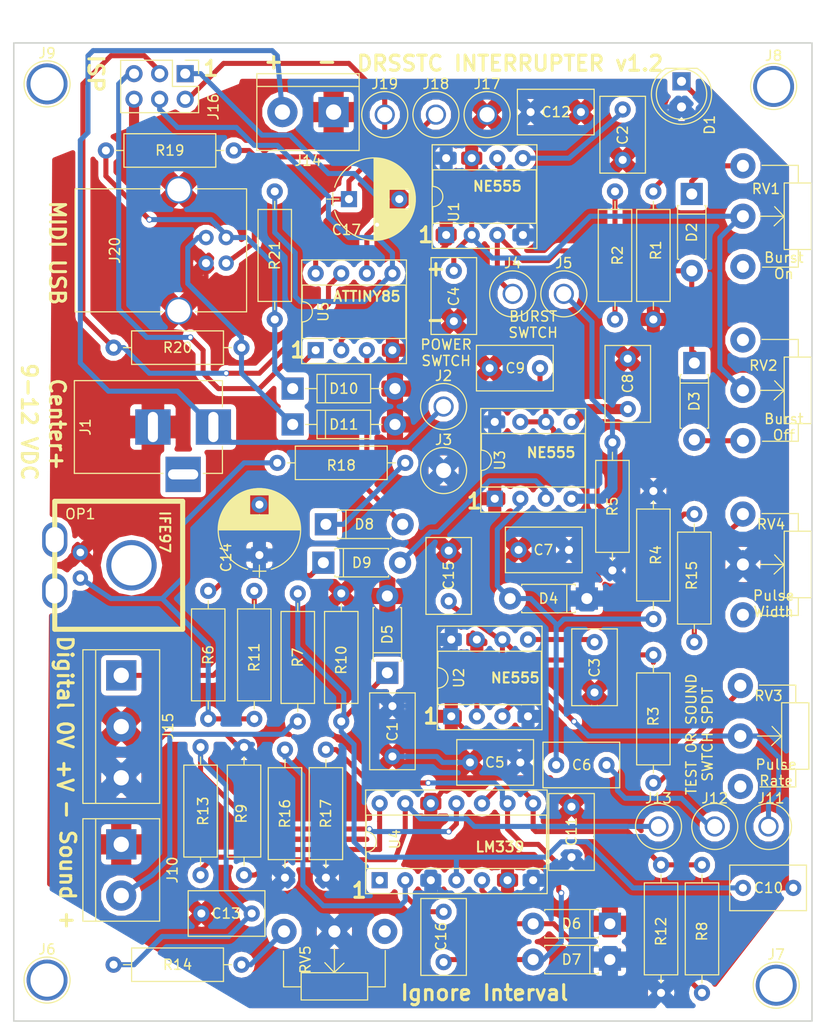
<source format=kicad_pcb>
(kicad_pcb (version 4) (host pcbnew 4.0.7)
  (layers (0 F.Cu signal) (31 B.Cu signal) (34 B.Paste user) (35 F.Paste user) (36 B.SilkS user) (37 F.SilkS user) (38 B.Mask user) (39 F.Mask user) (44 Edge.Cuts user))
  (net 0 "")
  (net 1 GND)
  (net 2 "Net-(C2-Pad1)")
  (net 3 "Net-(D2-Pad1)")
  (net 4 "Net-(D3-Pad2)")
  (net 5 "Net-(OP1-Pad2)")
  (net 6 "Net-(D1-Pad1)")
  (net 7 +9V)
  (net 8 "Net-(J1-Pad1)")
  (net 9 "Net-(J4-Pad1)")
  (net 10 "Net-(C3-Pad1)")
  (net 11 "Net-(C4-Pad1)")
  (net 12 "Net-(C6-Pad1)")
  (net 13 "Net-(C6-Pad2)")
  (net 14 "Net-(C8-Pad1)")
  (net 15 "Net-(C9-Pad2)")
  (net 16 "Net-(J5-Pad1)")
  (net 17 "Net-(R3-Pad1)")
  (net 18 "Net-(C10-Pad1)")
  (net 19 "Net-(D6-Pad2)")
  (net 20 "Net-(J10-Pad2)")
  (net 21 "Net-(J11-Pad1)")
  (net 22 "Net-(J13-Pad1)")
  (net 23 "Net-(J15-Pad1)")
  (net 24 "Net-(C13-Pad1)")
  (net 25 "Net-(R13-Pad2)")
  (net 26 "Net-(R14-Pad2)")
  (net 27 "Net-(R12-Pad2)")
  (net 28 "Net-(C15-Pad1)")
  (net 29 "Net-(R15-Pad1)")
  (net 30 "Net-(D2-Pad2)")
  (net 31 "Net-(C16-Pad1)")
  (net 32 "Net-(C16-Pad2)")
  (net 33 "Net-(C17-Pad1)")
  (net 34 "Net-(D8-Pad1)")
  (net 35 INTLED)
  (net 36 "Net-(D9-Pad1)")
  (net 37 "Net-(D9-Pad2)")
  (net 38 "Net-(D10-Pad1)")
  (net 39 "Net-(D11-Pad1)")
  (net 40 "Net-(J18-Pad1)")
  (net 41 "Net-(J16-Pad1)")
  (net 42 "Net-(J16-Pad3)")
  (net 43 "Net-(J16-Pad4)")
  (net 44 "Net-(J16-Pad5)")
  (module Resistors_THT:R_Axial_DIN0309_L9.0mm_D3.2mm_P12.70mm_Horizontal (layer F.Cu) (at 54.61 75.438 180)
    (fp_text reference R18 (at 6.35 -0.254 180) (layer F.SilkS))
    (fp_text value 51R)
    (pad 1 thru_hole circle (at 0 0 180) (size 1.6 1.6) (drill 0.8) (layers *.Cu *.Mask) (net 34 "Net-(D8-Pad1)"))
    (pad 2 thru_hole oval (at 12.7 0 180) (size 1.6 1.6) (drill 0.8) (layers *.Cu *.Mask) (net 5 "Net-(OP1-Pad2)"))
  )
  (module Connectors_Terminal_Blocks:TerminalBlock_bornier-2_P5.08mm (layer F.Cu) (at 26.416 113.284 270)
    (fp_text reference J10 (at 2.54 -5.08 270) (layer F.SilkS))
    (fp_text value Conn_01x02)
    (pad 1 thru_hole rect (at 0 0 270) (size 3 3) (drill 1.52) (layers *.Cu *.Mask) (net 1 GND))
    (pad 2 thru_hole circle (at 5.08 0 270) (size 3 3) (drill 1.52) (layers *.Cu *.Mask) (net 20 "Net-(J10-Pad2)"))
  )
  (module Capacitors_THT:C_Disc_D7.5mm_W4.4mm_P5.00mm (layer F.Cu) (at 59.436 56.388 270)
    (fp_text reference C4 (at 2.54 0 270) (layer F.SilkS))
    (fp_text value "1 uF")
    (pad 1 thru_hole circle (at 0 0 270) (size 1.6 1.6) (drill 0.8) (layers *.Cu *.Mask) (net 11 "Net-(C4-Pad1)"))
    (pad 2 thru_hole circle (at 5 0 270) (size 1.6 1.6) (drill 0.8) (layers *.Cu *.Mask) (net 1 GND))
  )
  (module Resistors_THT:R_Axial_DIN0309_L9.0mm_D3.2mm_P12.70mm_Horizontal (layer F.Cu) (at 80.01 128.016 90)
    (fp_text reference R12 (at 6.096 0 90) (layer F.SilkS))
    (fp_text value 10k)
    (pad 1 thru_hole circle (at 0 0 90) (size 1.6 1.6) (drill 0.8) (layers *.Cu *.Mask) (net 7 +9V))
    (pad 2 thru_hole oval (at 12.7 0 90) (size 1.6 1.6) (drill 0.8) (layers *.Cu *.Mask) (net 27 "Net-(R12-Pad2)"))
  )
  (module Potentiometers:Potentiometer_WirePads (layer F.Cu) (at 52.578 121.92 270)
    (fp_text reference RV5 (at 2.794 7.874 270) (layer F.SilkS))
    (fp_text value 50k)
    (pad 2 thru_hole circle (at 0 5 270) (size 2.5 2.5) (drill 1.2) (layers *.Cu *.Mask) (net 7 +9V))
    (pad 3 thru_hole circle (at 0 10 270) (size 2.5 2.5) (drill 1.2) (layers *.Cu *.Mask) (net 26 "Net-(R14-Pad2)"))
    (pad 1 thru_hole circle (at 0 0 270) (size 2.5 2.5) (drill 1.2) (layers *.Cu *.Mask))
  )
  (module Capacitors_THT:C_Disc_D7.5mm_W4.4mm_P5.00mm (layer F.Cu) (at 53.34 99.568 270)
    (fp_text reference C1 (at 2.54 0 270) (layer F.SilkS))
    (fp_text value "0.1 uF")
    (pad 1 thru_hole circle (at 0 0 270) (size 1.6 1.6) (drill 0.8) (layers *.Cu *.Mask) (net 7 +9V))
    (pad 2 thru_hole circle (at 5 0 270) (size 1.6 1.6) (drill 0.8) (layers *.Cu *.Mask) (net 1 GND))
  )
  (module Connectors:BARREL_JACK (layer F.Cu) (at 35.56 71.882)
    (fp_text reference J1 (at -12.7 0 270) (layer F.SilkS))
    (fp_text value Barrel_Jack)
    (pad 1 thru_hole rect (at 0 0) (size 3.5 3.5) (drill oval 1 3) (layers *.Cu *.Mask) (net 8 "Net-(J1-Pad1)"))
    (pad 2 thru_hole rect (at -6 0) (size 3.5 3.5) (drill oval 1 3) (layers *.Cu *.Mask) (net 1 GND))
    (pad 3 thru_hole rect (at -3 4.7) (size 3.5 3.5) (drill oval 3 1) (layers *.Cu *.Mask))
  )
  (module LEDs:LED_D5.0mm (layer F.Cu) (at 82.042 37.592 270)
    (fp_text reference D1 (at 4.318 -2.794 270) (layer F.SilkS))
    (fp_text value LED)
    (pad 1 thru_hole rect (at 0 0 270) (size 1.8 1.8) (drill 0.9) (layers *.Cu *.Mask) (net 6 "Net-(D1-Pad1)"))
    (pad 2 thru_hole circle (at 2.54 0 270) (size 1.8 1.8) (drill 0.9) (layers *.Cu *.Mask) (net 7 +9V))
  )
  (module Connectors:1pin (layer F.Cu) (at 58.42 69.85)
    (fp_text reference J2 (at 0 -3.048) (layer F.SilkS))
    (fp_text value Conn_01x01)
    (pad 1 thru_hole circle (at 0 0) (size 2 2) (drill 1.5) (layers *.Cu *.Mask) (net 8 "Net-(J1-Pad1)"))
  )
  (module Connectors:1pin (layer F.Cu) (at 58.42 76.2)
    (fp_text reference J3 (at 0 -3.048) (layer F.SilkS))
    (fp_text value Conn_01x01)
    (pad 1 thru_hole circle (at 0 0) (size 2 2) (drill 1.5) (layers *.Cu *.Mask) (net 7 +9V))
  )
  (module Connectors:1pin (layer F.Cu) (at 65.278 58.674)
    (fp_text reference J4 (at 0 -3.048) (layer F.SilkS))
    (fp_text value Conn_01x01)
    (pad 1 thru_hole circle (at 0 0) (size 2 2) (drill 1.5) (layers *.Cu *.Mask) (net 9 "Net-(J4-Pad1)"))
  )
  (module Connectors:1pin (layer F.Cu) (at 70.358 58.674)
    (fp_text reference J5 (at 0 -3.048) (layer F.SilkS))
    (fp_text value Conn_01x01)
    (pad 1 thru_hole circle (at 0 0) (size 2 2) (drill 1.5) (layers *.Cu *.Mask) (net 16 "Net-(J5-Pad1)"))
  )
  (module interrupter:IFE97 (layer F.Cu) (at 22.352 85.598 180)
    (fp_text reference OP1 (at 0 5.08 180) (layer F.SilkS))
    (fp_text value IFE97)
    (pad 4 thru_hole oval (at 2.54 -2.54 180) (size 2.5 3.5) (drill oval 1.8 2.5) (layers *.Cu *.Mask))
    (pad 1 thru_hole circle (at 0 1.27 180) (size 1.524 1.524) (drill 0.762) (layers *.Cu *.Mask) (net 1 GND))
    (pad 2 thru_hole circle (at 0 -1.27 180) (size 1.524 1.524) (drill 0.762) (layers *.Cu *.Mask) (net 5 "Net-(OP1-Pad2)"))
    (pad 4 thru_hole oval (at 2.54 2.54 180) (size 2.5 3.5) (drill oval 1.8 2.5) (layers *.Cu *.Mask))
    (pad 5 thru_hole oval (at -5.08 0 180) (size 5 5) (drill oval 4) (layers *.Cu *.Mask))
  )
  (module Resistors_THT:R_Axial_DIN0309_L9.0mm_D3.2mm_P12.70mm_Horizontal (layer F.Cu) (at 79.248 48.514 270)
    (fp_text reference R1 (at 5.842 -0.254 270) (layer F.SilkS))
    (fp_text value 1k)
    (pad 1 thru_hole circle (at 0 0 270) (size 1.6 1.6) (drill 0.8) (layers *.Cu *.Mask) (net 6 "Net-(D1-Pad1)"))
    (pad 2 thru_hole oval (at 12.7 0 270) (size 1.6 1.6) (drill 0.8) (layers *.Cu *.Mask) (net 1 GND))
  )
  (module Resistors_THT:R_Axial_DIN0309_L9.0mm_D3.2mm_P12.70mm_Horizontal (layer F.Cu) (at 75.438 48.514 270)
    (fp_text reference R2 (at 6.35 -0.254 270) (layer F.SilkS))
    (fp_text value 1k)
    (pad 1 thru_hole circle (at 0 0 270) (size 1.6 1.6) (drill 0.8) (layers *.Cu *.Mask) (net 30 "Net-(D2-Pad2)"))
    (pad 2 thru_hole oval (at 12.7 0 270) (size 1.6 1.6) (drill 0.8) (layers *.Cu *.Mask) (net 9 "Net-(J4-Pad1)"))
  )
  (module Resistors_THT:R_Axial_DIN0309_L9.0mm_D3.2mm_P12.70mm_Horizontal (layer F.Cu) (at 79.248 107.188 90)
    (fp_text reference R3 (at 6.604 0 90) (layer F.SilkS))
    (fp_text value 6.8k)
    (pad 1 thru_hole circle (at 0 0 90) (size 1.6 1.6) (drill 0.8) (layers *.Cu *.Mask) (net 17 "Net-(R3-Pad1)"))
    (pad 2 thru_hole oval (at 12.7 0 90) (size 1.6 1.6) (drill 0.8) (layers *.Cu *.Mask) (net 28 "Net-(C15-Pad1)"))
  )
  (module Resistors_THT:R_Axial_DIN0309_L9.0mm_D3.2mm_P12.70mm_Horizontal (layer F.Cu) (at 79.248 78.232 270)
    (fp_text reference R4 (at 6.35 -0.254 270) (layer F.SilkS))
    (fp_text value 1k)
    (pad 1 thru_hole circle (at 0 0 270) (size 1.6 1.6) (drill 0.8) (layers *.Cu *.Mask) (net 7 +9V))
    (pad 2 thru_hole oval (at 12.7 0 270) (size 1.6 1.6) (drill 0.8) (layers *.Cu *.Mask) (net 12 "Net-(C6-Pad1)"))
  )
  (module Resistors_THT:R_Axial_DIN0309_L9.0mm_D3.2mm_P12.70mm_Horizontal (layer F.Cu) (at 75.184 86.106 90)
    (fp_text reference R5 (at 6.35 0 90) (layer F.SilkS))
    (fp_text value 100k)
    (pad 1 thru_hole circle (at 0 0 90) (size 1.6 1.6) (drill 0.8) (layers *.Cu *.Mask) (net 7 +9V))
    (pad 2 thru_hole oval (at 12.7 0 90) (size 1.6 1.6) (drill 0.8) (layers *.Cu *.Mask) (net 16 "Net-(J5-Pad1)"))
  )
  (module Resistors_THT:R_Axial_DIN0309_L9.0mm_D3.2mm_P12.70mm_Horizontal (layer F.Cu) (at 35.052 88.138 270)
    (fp_text reference R6 (at 6.35 0 270) (layer F.SilkS))
    (fp_text value 220R)
    (pad 1 thru_hole circle (at 0 0 270) (size 1.6 1.6) (drill 0.8) (layers *.Cu *.Mask) (net 36 "Net-(D9-Pad1)"))
    (pad 2 thru_hole oval (at 12.7 0 270) (size 1.6 1.6) (drill 0.8) (layers *.Cu *.Mask) (net 5 "Net-(OP1-Pad2)"))
  )
  (module Potentiometers:Potentiometer_WirePads (layer F.Cu) (at 88.138 45.974)
    (fp_text reference RV1 (at 2.286 2.286) (layer F.SilkS))
    (fp_text value 50k)
    (pad 2 thru_hole circle (at 0 5) (size 2.5 2.5) (drill 1.2) (layers *.Cu *.Mask) (net 11 "Net-(C4-Pad1)"))
    (pad 3 thru_hole circle (at 0 10) (size 2.5 2.5) (drill 1.2) (layers *.Cu *.Mask))
    (pad 1 thru_hole circle (at 0 0) (size 2.5 2.5) (drill 1.2) (layers *.Cu *.Mask) (net 3 "Net-(D2-Pad1)"))
  )
  (module Potentiometers:Potentiometer_WirePads (layer F.Cu) (at 88.138 63.246)
    (fp_text reference RV2 (at 2.032 2.54) (layer F.SilkS))
    (fp_text value 50k)
    (pad 2 thru_hole circle (at 0 5) (size 2.5 2.5) (drill 1.2) (layers *.Cu *.Mask) (net 11 "Net-(C4-Pad1)"))
    (pad 3 thru_hole circle (at 0 10) (size 2.5 2.5) (drill 1.2) (layers *.Cu *.Mask) (net 4 "Net-(D3-Pad2)"))
    (pad 1 thru_hole circle (at 0 0) (size 2.5 2.5) (drill 1.2) (layers *.Cu *.Mask))
  )
  (module Potentiometers:Potentiometer_WirePads (layer F.Cu) (at 87.884 97.536)
    (fp_text reference RV3 (at 2.794 1.016) (layer F.SilkS))
    (fp_text value 50k)
    (pad 2 thru_hole circle (at 0 5) (size 2.5 2.5) (drill 1.2) (layers *.Cu *.Mask) (net 21 "Net-(J11-Pad1)"))
    (pad 3 thru_hole circle (at 0 10) (size 2.5 2.5) (drill 1.2) (layers *.Cu *.Mask))
    (pad 1 thru_hole circle (at 0 0) (size 2.5 2.5) (drill 1.2) (layers *.Cu *.Mask) (net 17 "Net-(R3-Pad1)"))
  )
  (module Potentiometers:Potentiometer_WirePads (layer F.Cu) (at 88.138 80.518)
    (fp_text reference RV4 (at 2.794 1.016) (layer F.SilkS))
    (fp_text value 5k)
    (pad 2 thru_hole circle (at 0 5) (size 2.5 2.5) (drill 1.2) (layers *.Cu *.Mask) (net 7 +9V))
    (pad 3 thru_hole circle (at 0 10) (size 2.5 2.5) (drill 1.2) (layers *.Cu *.Mask))
    (pad 1 thru_hole circle (at 0 0) (size 2.5 2.5) (drill 1.2) (layers *.Cu *.Mask) (net 29 "Net-(R15-Pad1)"))
  )
  (module Housings_DIP:DIP-8_W7.62mm_Socket (layer F.Cu) (at 58.674 52.832 90)
    (fp_text reference U1 (at 2.286 0.762 90) (layer F.SilkS))
    (fp_text value NE555)
    (pad 1 thru_hole rect (at 0 0 90) (size 1.6 1.6) (drill 0.8) (layers *.Cu *.Mask) (net 1 GND))
    (pad 5 thru_hole oval (at 7.62 7.62 90) (size 1.6 1.6) (drill 0.8) (layers *.Cu *.Mask) (net 2 "Net-(C2-Pad1)"))
    (pad 2 thru_hole oval (at 0 2.54 90) (size 1.6 1.6) (drill 0.8) (layers *.Cu *.Mask) (net 11 "Net-(C4-Pad1)"))
    (pad 6 thru_hole oval (at 7.62 5.08 90) (size 1.6 1.6) (drill 0.8) (layers *.Cu *.Mask) (net 11 "Net-(C4-Pad1)"))
    (pad 3 thru_hole oval (at 0 5.08 90) (size 1.6 1.6) (drill 0.8) (layers *.Cu *.Mask) (net 9 "Net-(J4-Pad1)"))
    (pad 7 thru_hole oval (at 7.62 2.54 90) (size 1.6 1.6) (drill 0.8) (layers *.Cu *.Mask) (net 1 GND))
    (pad 4 thru_hole oval (at 0 7.62 90) (size 1.6 1.6) (drill 0.8) (layers *.Cu *.Mask) (net 7 +9V))
    (pad 8 thru_hole oval (at 7.62 0 90) (size 1.6 1.6) (drill 0.8) (layers *.Cu *.Mask) (net 7 +9V))
  )
  (module Housings_DIP:DIP-8_W7.62mm_Socket (layer F.Cu) (at 59.182 100.584 90)
    (fp_text reference U2 (at 3.81 0.762 90) (layer F.SilkS))
    (fp_text value NE555)
    (pad 1 thru_hole rect (at 0 0 90) (size 1.6 1.6) (drill 0.8) (layers *.Cu *.Mask) (net 1 GND))
    (pad 5 thru_hole oval (at 7.62 7.62 90) (size 1.6 1.6) (drill 0.8) (layers *.Cu *.Mask) (net 10 "Net-(C3-Pad1)"))
    (pad 2 thru_hole oval (at 0 2.54 90) (size 1.6 1.6) (drill 0.8) (layers *.Cu *.Mask) (net 28 "Net-(C15-Pad1)"))
    (pad 6 thru_hole oval (at 7.62 5.08 90) (size 1.6 1.6) (drill 0.8) (layers *.Cu *.Mask) (net 28 "Net-(C15-Pad1)"))
    (pad 3 thru_hole oval (at 0 5.08 90) (size 1.6 1.6) (drill 0.8) (layers *.Cu *.Mask) (net 21 "Net-(J11-Pad1)"))
    (pad 7 thru_hole oval (at 7.62 2.54 90) (size 1.6 1.6) (drill 0.8) (layers *.Cu *.Mask) (net 1 GND))
    (pad 4 thru_hole oval (at 0 7.62 90) (size 1.6 1.6) (drill 0.8) (layers *.Cu *.Mask) (net 7 +9V))
    (pad 8 thru_hole oval (at 7.62 0 90) (size 1.6 1.6) (drill 0.8) (layers *.Cu *.Mask) (net 7 +9V))
  )
  (module Housings_DIP:DIP-8_W7.62mm_Socket (layer F.Cu) (at 63.5 78.994 90)
    (fp_text reference U3 (at 3.81 0.508 90) (layer F.SilkS))
    (fp_text value NE555)
    (pad 1 thru_hole rect (at 0 0 90) (size 1.6 1.6) (drill 0.8) (layers *.Cu *.Mask) (net 1 GND))
    (pad 5 thru_hole oval (at 7.62 7.62 90) (size 1.6 1.6) (drill 0.8) (layers *.Cu *.Mask) (net 14 "Net-(C8-Pad1)"))
    (pad 2 thru_hole oval (at 0 2.54 90) (size 1.6 1.6) (drill 0.8) (layers *.Cu *.Mask) (net 12 "Net-(C6-Pad1)"))
    (pad 6 thru_hole oval (at 7.62 5.08 90) (size 1.6 1.6) (drill 0.8) (layers *.Cu *.Mask) (net 15 "Net-(C9-Pad2)"))
    (pad 3 thru_hole oval (at 0 5.08 90) (size 1.6 1.6) (drill 0.8) (layers *.Cu *.Mask) (net 37 "Net-(D9-Pad2)"))
    (pad 7 thru_hole oval (at 7.62 2.54 90) (size 1.6 1.6) (drill 0.8) (layers *.Cu *.Mask) (net 15 "Net-(C9-Pad2)"))
    (pad 4 thru_hole oval (at 0 7.62 90) (size 1.6 1.6) (drill 0.8) (layers *.Cu *.Mask) (net 16 "Net-(J5-Pad1)"))
    (pad 8 thru_hole oval (at 7.62 0 90) (size 1.6 1.6) (drill 0.8) (layers *.Cu *.Mask) (net 7 +9V))
  )
  (module Connectors:1pin (layer F.Cu) (at 19.05 126.746)
    (fp_text reference J6 (at 0 -3.048) (layer F.SilkS))
    (fp_text value Conn_01x01)
    (pad 1 thru_hole circle (at 0 0) (size 4.064 4.064) (drill 3.3) (layers *.Cu *.Mask))
  )
  (module Connectors:1pin (layer F.Cu) (at 91.44 127.254)
    (fp_text reference J7 (at 0 -3.048) (layer F.SilkS))
    (fp_text value Conn_01x01)
    (pad 1 thru_hole circle (at 0 0) (size 4.064 4.064) (drill 3.3) (layers *.Cu *.Mask))
  )
  (module Connectors:1pin (layer F.Cu) (at 91.186 38.1)
    (fp_text reference J8 (at 0 -3.048) (layer F.SilkS))
    (fp_text value Conn_01x01)
    (pad 1 thru_hole circle (at 0 0) (size 4.064 4.064) (drill 3.3) (layers *.Cu *.Mask))
  )
  (module Connectors:1pin (layer F.Cu) (at 19.05 37.846)
    (fp_text reference J9 (at 0 -3.048) (layer F.SilkS))
    (fp_text value Conn_01x01)
    (pad 1 thru_hole circle (at 0 0) (size 4.064 4.064) (drill 3.3) (layers *.Cu *.Mask))
  )
  (module Connectors:1pin (layer F.Cu) (at 90.678 111.506)
    (fp_text reference J11 (at 0.254 -2.794) (layer F.SilkS))
    (fp_text value Conn_01x01)
    (pad 1 thru_hole circle (at 0 0) (size 2 2) (drill 1.5) (layers *.Cu *.Mask) (net 21 "Net-(J11-Pad1)"))
  )
  (module Connectors:1pin (layer F.Cu) (at 85.344 111.506)
    (fp_text reference J12 (at 0 -2.794) (layer F.SilkS))
    (fp_text value Conn_01x01)
    (pad 1 thru_hole circle (at 0 0) (size 2 2) (drill 1.5) (layers *.Cu *.Mask) (net 13 "Net-(C6-Pad2)"))
  )
  (module Connectors:1pin (layer F.Cu) (at 79.756 111.506)
    (fp_text reference J13 (at 0 -2.794) (layer F.SilkS))
    (fp_text value Conn_01x01)
    (pad 1 thru_hole circle (at 0 0) (size 2 2) (drill 1.5) (layers *.Cu *.Mask) (net 22 "Net-(J13-Pad1)"))
  )
  (module Resistors_THT:R_Axial_DIN0309_L9.0mm_D3.2mm_P12.70mm_Horizontal (layer F.Cu) (at 43.942 88.392 270)
    (fp_text reference R7 (at 6.35 0 270) (layer F.SilkS))
    (fp_text value 2.2k)
    (pad 1 thru_hole circle (at 0 0 270) (size 1.6 1.6) (drill 0.8) (layers *.Cu *.Mask) (net 18 "Net-(C10-Pad1)"))
    (pad 2 thru_hole oval (at 12.7 0 270) (size 1.6 1.6) (drill 0.8) (layers *.Cu *.Mask) (net 20 "Net-(J10-Pad2)"))
  )
  (module Resistors_THT:R_Axial_DIN0309_L9.0mm_D3.2mm_P12.70mm_Horizontal (layer F.Cu) (at 84.074 115.316 270)
    (fp_text reference R8 (at 6.604 0 270) (layer F.SilkS))
    (fp_text value 10k)
    (pad 1 thru_hole circle (at 0 0 270) (size 1.6 1.6) (drill 0.8) (layers *.Cu *.Mask) (net 27 "Net-(R12-Pad2)"))
    (pad 2 thru_hole oval (at 12.7 0 270) (size 1.6 1.6) (drill 0.8) (layers *.Cu *.Mask) (net 19 "Net-(D6-Pad2)"))
  )
  (module Resistors_THT:R_Axial_DIN0309_L9.0mm_D3.2mm_P12.70mm_Horizontal (layer F.Cu) (at 38.608 103.632 270)
    (fp_text reference R9 (at 6.604 0.254 270) (layer F.SilkS))
    (fp_text value 10k)
    (pad 1 thru_hole circle (at 0 0 270) (size 1.6 1.6) (drill 0.8) (layers *.Cu *.Mask) (net 7 +9V))
    (pad 2 thru_hole oval (at 12.7 0 270) (size 1.6 1.6) (drill 0.8) (layers *.Cu *.Mask) (net 22 "Net-(J13-Pad1)"))
  )
  (module Resistors_THT:R_Axial_DIN0309_L9.0mm_D3.2mm_P12.70mm_Horizontal (layer F.Cu) (at 48.26 88.392 270)
    (fp_text reference R10 (at 6.604 0 270) (layer F.SilkS))
    (fp_text value 1M)
    (pad 1 thru_hole circle (at 0 0 270) (size 1.6 1.6) (drill 0.8) (layers *.Cu *.Mask) (net 1 GND))
    (pad 2 thru_hole oval (at 12.7 0 270) (size 1.6 1.6) (drill 0.8) (layers *.Cu *.Mask) (net 18 "Net-(C10-Pad1)"))
  )
  (module Connectors_Terminal_Blocks:TerminalBlock_bornier-2_P5.08mm (layer F.Cu) (at 47.498 40.64 180)
    (fp_text reference J14 (at 2.54 -4.826 180) (layer F.SilkS))
    (fp_text value Conn_01x02)
    (pad 1 thru_hole rect (at 0 0 180) (size 3 3) (drill 1.52) (layers *.Cu *.Mask) (net 1 GND))
    (pad 2 thru_hole circle (at 5.08 0 180) (size 3 3) (drill 1.52) (layers *.Cu *.Mask) (net 8 "Net-(J1-Pad1)"))
  )
  (module Housings_DIP:DIP-14_W7.62mm_Socket (layer F.Cu) (at 52.07 116.84 90)
    (fp_text reference U4 (at 4.064 1.524 90) (layer F.SilkS))
    (fp_text value LM339)
    (pad 1 thru_hole rect (at 0 0 90) (size 1.6 1.6) (drill 0.8) (layers *.Cu *.Mask))
    (pad 8 thru_hole oval (at 7.62 15.24 90) (size 1.6 1.6) (drill 0.8) (layers *.Cu *.Mask) (net 27 "Net-(R12-Pad2)"))
    (pad 2 thru_hole oval (at 0 2.54 90) (size 1.6 1.6) (drill 0.8) (layers *.Cu *.Mask) (net 32 "Net-(C16-Pad2)"))
    (pad 9 thru_hole oval (at 7.62 12.7 90) (size 1.6 1.6) (drill 0.8) (layers *.Cu *.Mask) (net 31 "Net-(C16-Pad1)"))
    (pad 3 thru_hole oval (at 0 5.08 90) (size 1.6 1.6) (drill 0.8) (layers *.Cu *.Mask) (net 7 +9V))
    (pad 10 thru_hole oval (at 7.62 10.16 90) (size 1.6 1.6) (drill 0.8) (layers *.Cu *.Mask) (net 27 "Net-(R12-Pad2)"))
    (pad 4 thru_hole oval (at 0 7.62 90) (size 1.6 1.6) (drill 0.8) (layers *.Cu *.Mask) (net 18 "Net-(C10-Pad1)"))
    (pad 11 thru_hole oval (at 7.62 7.62 90) (size 1.6 1.6) (drill 0.8) (layers *.Cu *.Mask) (net 24 "Net-(C13-Pad1)"))
    (pad 5 thru_hole oval (at 0 10.16 90) (size 1.6 1.6) (drill 0.8) (layers *.Cu *.Mask) (net 19 "Net-(D6-Pad2)"))
    (pad 12 thru_hole oval (at 7.62 5.08 90) (size 1.6 1.6) (drill 0.8) (layers *.Cu *.Mask) (net 1 GND))
    (pad 6 thru_hole oval (at 0 12.7 90) (size 1.6 1.6) (drill 0.8) (layers *.Cu *.Mask) (net 1 GND))
    (pad 13 thru_hole oval (at 7.62 2.54 90) (size 1.6 1.6) (drill 0.8) (layers *.Cu *.Mask) (net 22 "Net-(J13-Pad1)"))
    (pad 7 thru_hole oval (at 0 15.24 90) (size 1.6 1.6) (drill 0.8) (layers *.Cu *.Mask) (net 7 +9V))
    (pad 14 thru_hole oval (at 7.62 0 90) (size 1.6 1.6) (drill 0.8) (layers *.Cu *.Mask) (net 25 "Net-(R13-Pad2)"))
  )
  (module Resistors_THT:R_Axial_DIN0309_L9.0mm_D3.2mm_P12.70mm_Horizontal (layer F.Cu) (at 39.624 88.138 270)
    (fp_text reference R11 (at 6.604 0 270) (layer F.SilkS))
    (fp_text value 1k)
    (pad 1 thru_hole circle (at 0 0 270) (size 1.6 1.6) (drill 0.8) (layers *.Cu *.Mask) (net 23 "Net-(J15-Pad1)"))
    (pad 2 thru_hole oval (at 12.7 0 270) (size 1.6 1.6) (drill 0.8) (layers *.Cu *.Mask) (net 5 "Net-(OP1-Pad2)"))
  )
  (module Connectors_Terminal_Blocks:TerminalBlock_bornier-3_P5.08mm (layer F.Cu) (at 26.416 96.52 270)
    (fp_text reference J15 (at 5.05 -4.65 270) (layer F.SilkS))
    (fp_text value Conn_01x03)
    (pad 1 thru_hole rect (at 0 0 270) (size 3 3) (drill 1.52) (layers *.Cu *.Mask) (net 23 "Net-(J15-Pad1)"))
    (pad 2 thru_hole circle (at 5.08 0 270) (size 3 3) (drill 1.52) (layers *.Cu *.Mask) (net 1 GND))
    (pad 3 thru_hole circle (at 10.16 0 270) (size 3 3) (drill 1.52) (layers *.Cu *.Mask) (net 7 +9V))
  )
  (module Capacitors_THT:C_Disc_D7.5mm_W4.4mm_P5.00mm (layer F.Cu) (at 76.2 40.386 270)
    (fp_text reference C2 (at 2.54 0 270) (layer F.SilkS))
    (fp_text value "0.01 uF")
    (pad 1 thru_hole circle (at 0 0 270) (size 1.6 1.6) (drill 0.8) (layers *.Cu *.Mask) (net 2 "Net-(C2-Pad1)"))
    (pad 2 thru_hole circle (at 5 0 270) (size 1.6 1.6) (drill 0.8) (layers *.Cu *.Mask) (net 1 GND))
  )
  (module Capacitors_THT:C_Disc_D7.5mm_W4.4mm_P5.00mm (layer F.Cu) (at 73.406 93.218 270)
    (fp_text reference C3 (at 2.54 0 270) (layer F.SilkS))
    (fp_text value "0.01 uF")
    (pad 1 thru_hole circle (at 0 0 270) (size 1.6 1.6) (drill 0.8) (layers *.Cu *.Mask) (net 10 "Net-(C3-Pad1)"))
    (pad 2 thru_hole circle (at 5 0 270) (size 1.6 1.6) (drill 0.8) (layers *.Cu *.Mask) (net 1 GND))
  )
  (module Capacitors_THT:C_Disc_D7.5mm_W4.4mm_P5.00mm (layer F.Cu) (at 66.04 105.156 180)
    (fp_text reference C5 (at 2.54 0 180) (layer F.SilkS))
    (fp_text value "0.1 uF")
    (pad 1 thru_hole circle (at 0 0 180) (size 1.6 1.6) (drill 0.8) (layers *.Cu *.Mask) (net 7 +9V))
    (pad 2 thru_hole circle (at 5 0 180) (size 1.6 1.6) (drill 0.8) (layers *.Cu *.Mask) (net 1 GND))
  )
  (module Capacitors_THT:C_Disc_D7.5mm_W4.4mm_P5.00mm (layer F.Cu) (at 69.596 105.41)
    (fp_text reference C6 (at 2.54 0) (layer F.SilkS))
    (fp_text value "0.01 uF")
    (pad 1 thru_hole circle (at 0 0) (size 1.6 1.6) (drill 0.8) (layers *.Cu *.Mask) (net 12 "Net-(C6-Pad1)"))
    (pad 2 thru_hole circle (at 5 0) (size 1.6 1.6) (drill 0.8) (layers *.Cu *.Mask) (net 13 "Net-(C6-Pad2)"))
  )
  (module Capacitors_THT:C_Disc_D7.5mm_W4.4mm_P5.00mm (layer F.Cu) (at 70.866 84.074 180)
    (fp_text reference C7 (at 2.54 0 180) (layer F.SilkS))
    (fp_text value "0.1 uF")
    (pad 1 thru_hole circle (at 0 0 180) (size 1.6 1.6) (drill 0.8) (layers *.Cu *.Mask) (net 7 +9V))
    (pad 2 thru_hole circle (at 5 0 180) (size 1.6 1.6) (drill 0.8) (layers *.Cu *.Mask) (net 1 GND))
  )
  (module Capacitors_THT:C_Disc_D7.5mm_W4.4mm_P5.00mm (layer F.Cu) (at 76.708 70.104 90)
    (fp_text reference C8 (at 2.54 0 90) (layer F.SilkS))
    (fp_text value "0.01 uF")
    (pad 1 thru_hole circle (at 0 0 90) (size 1.6 1.6) (drill 0.8) (layers *.Cu *.Mask) (net 14 "Net-(C8-Pad1)"))
    (pad 2 thru_hole circle (at 5 0 90) (size 1.6 1.6) (drill 0.8) (layers *.Cu *.Mask) (net 1 GND))
  )
  (module Capacitors_THT:C_Disc_D7.5mm_W4.4mm_P5.00mm (layer F.Cu) (at 62.992 66.04)
    (fp_text reference C9 (at 2.54 0) (layer F.SilkS))
    (fp_text value "47 nF")
    (pad 1 thru_hole circle (at 0 0) (size 1.6 1.6) (drill 0.8) (layers *.Cu *.Mask) (net 1 GND))
    (pad 2 thru_hole circle (at 5 0) (size 1.6 1.6) (drill 0.8) (layers *.Cu *.Mask) (net 15 "Net-(C9-Pad2)"))
  )
  (module Capacitors_THT:C_Disc_D7.5mm_W4.4mm_P5.00mm (layer F.Cu) (at 88.138 117.602)
    (fp_text reference C10 (at 2.54 0) (layer F.SilkS))
    (fp_text value "0.1 uF")
    (pad 1 thru_hole circle (at 0 0) (size 1.6 1.6) (drill 0.8) (layers *.Cu *.Mask) (net 18 "Net-(C10-Pad1)"))
    (pad 2 thru_hole circle (at 5 0) (size 1.6 1.6) (drill 0.8) (layers *.Cu *.Mask) (net 1 GND))
  )
  (module Capacitors_THT:C_Disc_D7.5mm_W4.4mm_P5.00mm (layer F.Cu) (at 67.056 40.64)
    (fp_text reference C12 (at 2.54 0) (layer F.SilkS))
    (fp_text value "0.1 uF")
    (pad 1 thru_hole circle (at 0 0) (size 1.6 1.6) (drill 0.8) (layers *.Cu *.Mask) (net 7 +9V))
    (pad 2 thru_hole circle (at 5 0) (size 1.6 1.6) (drill 0.8) (layers *.Cu *.Mask) (net 1 GND))
  )
  (module Capacitors_THT:C_Disc_D7.5mm_W4.4mm_P5.00mm (layer F.Cu) (at 39.37 120.142 180)
    (fp_text reference C13 (at 2.54 0 180) (layer F.SilkS))
    (fp_text value "0.1 uF")
    (pad 1 thru_hole circle (at 0 0 180) (size 1.6 1.6) (drill 0.8) (layers *.Cu *.Mask) (net 24 "Net-(C13-Pad1)"))
    (pad 2 thru_hole circle (at 5 0 180) (size 1.6 1.6) (drill 0.8) (layers *.Cu *.Mask) (net 1 GND))
  )
  (module Resistors_THT:R_Axial_DIN0309_L9.0mm_D3.2mm_P12.70mm_Horizontal (layer F.Cu) (at 34.29 103.632 270)
    (fp_text reference R13 (at 6.35 -0.254 270) (layer F.SilkS))
    (fp_text value 100)
    (pad 1 thru_hole circle (at 0 0 270) (size 1.6 1.6) (drill 0.8) (layers *.Cu *.Mask) (net 24 "Net-(C13-Pad1)"))
    (pad 2 thru_hole oval (at 12.7 0 270) (size 1.6 1.6) (drill 0.8) (layers *.Cu *.Mask) (net 25 "Net-(R13-Pad2)"))
  )
  (module Capacitors_THT:C_Disc_D7.5mm_W4.4mm_P5.00mm (layer F.Cu) (at 71.12 114.554 90)
    (fp_text reference C11 (at 2.54 0 90) (layer F.SilkS))
    (fp_text value "0.1 uF")
    (pad 1 thru_hole circle (at 0 0 90) (size 1.6 1.6) (drill 0.8) (layers *.Cu *.Mask) (net 7 +9V))
    (pad 2 thru_hole circle (at 5 0 90) (size 1.6 1.6) (drill 0.8) (layers *.Cu *.Mask) (net 1 GND))
  )
  (module Resistors_THT:R_Axial_DIN0309_L9.0mm_D3.2mm_P12.70mm_Horizontal (layer F.Cu) (at 25.654 125.222)
    (fp_text reference R14 (at 6.35 0) (layer F.SilkS))
    (fp_text value 1k)
    (pad 1 thru_hole circle (at 0 0) (size 1.6 1.6) (drill 0.8) (layers *.Cu *.Mask) (net 24 "Net-(C13-Pad1)"))
    (pad 2 thru_hole oval (at 12.7 0) (size 1.6 1.6) (drill 0.8) (layers *.Cu *.Mask) (net 26 "Net-(R14-Pad2)"))
  )
  (module Capacitors_THT:CP_Radial_D8.0mm_P5.00mm (layer F.Cu) (at 40.132 84.582 90)
    (fp_text reference C14 (at -0.254 -3.302 90) (layer F.SilkS))
    (fp_text value "10 uF")
    (pad 1 thru_hole rect (at 0 0 90) (size 1.6 1.6) (drill 0.8) (layers *.Cu *.Mask) (net 7 +9V))
    (pad 2 thru_hole circle (at 5 0 90) (size 1.6 1.6) (drill 0.8) (layers *.Cu *.Mask) (net 1 GND))
  )
  (module Capacitors_THT:C_Disc_D7.5mm_W4.4mm_P5.00mm (layer F.Cu) (at 58.928 89.154 90)
    (fp_text reference C15 (at 2.54 0 90) (layer F.SilkS))
    (fp_text value "0.1 uF")
    (pad 1 thru_hole circle (at 0 0 90) (size 1.6 1.6) (drill 0.8) (layers *.Cu *.Mask) (net 28 "Net-(C15-Pad1)"))
    (pad 2 thru_hole circle (at 5 0 90) (size 1.6 1.6) (drill 0.8) (layers *.Cu *.Mask) (net 1 GND))
  )
  (module Resistors_THT:R_Axial_DIN0309_L9.0mm_D3.2mm_P12.70mm_Horizontal (layer F.Cu) (at 83.312 93.218 90)
    (fp_text reference R15 (at 6.604 -0.254 90) (layer F.SilkS))
    (fp_text value 220R)
    (pad 1 thru_hole circle (at 0 0 90) (size 1.6 1.6) (drill 0.8) (layers *.Cu *.Mask) (net 29 "Net-(R15-Pad1)"))
    (pad 2 thru_hole oval (at 12.7 0 90) (size 1.6 1.6) (drill 0.8) (layers *.Cu *.Mask) (net 15 "Net-(C9-Pad2)"))
  )
  (module Capacitors_THT:C_Disc_D7.5mm_W4.4mm_P5.00mm (layer F.Cu) (at 58.42 124.968 90)
    (fp_text reference C16 (at 2.54 -0.254 90) (layer F.SilkS))
    (fp_text value "10 nF")
    (pad 1 thru_hole circle (at 0 0 90) (size 1.6 1.6) (drill 0.8) (layers *.Cu *.Mask) (net 31 "Net-(C16-Pad1)"))
    (pad 2 thru_hole circle (at 5 0 90) (size 1.6 1.6) (drill 0.8) (layers *.Cu *.Mask) (net 32 "Net-(C16-Pad2)"))
  )
  (module Resistors_THT:R_Axial_DIN0309_L9.0mm_D3.2mm_P12.70mm_Horizontal (layer F.Cu) (at 42.672 116.586 90)
    (fp_text reference R16 (at 6.35 0 90) (layer F.SilkS))
    (fp_text value 10k)
    (pad 1 thru_hole circle (at 0 0 90) (size 1.6 1.6) (drill 0.8) (layers *.Cu *.Mask) (net 7 +9V))
    (pad 2 thru_hole oval (at 12.7 0 90) (size 1.6 1.6) (drill 0.8) (layers *.Cu *.Mask) (net 32 "Net-(C16-Pad2)"))
  )
  (module Resistors_THT:R_Axial_DIN0309_L9.0mm_D3.2mm_P12.70mm_Horizontal (layer F.Cu) (at 46.736 116.586 90)
    (fp_text reference R17 (at 6.35 0 90) (layer F.SilkS))
    (fp_text value 10k)
    (pad 1 thru_hole circle (at 0 0 90) (size 1.6 1.6) (drill 0.8) (layers *.Cu *.Mask) (net 7 +9V))
    (pad 2 thru_hole oval (at 12.7 0 90) (size 1.6 1.6) (drill 0.8) (layers *.Cu *.Mask) (net 31 "Net-(C16-Pad1)"))
  )
  (module Diodes_THT:D_DO-41_SOD81_P7.62mm_Horizontal (layer F.Cu) (at 83.058 48.768 270)
    (fp_text reference D2 (at 3.81 0 270) (layer F.SilkS))
    (fp_text value 1N4148)
    (pad 1 thru_hole rect (at 0 0 270) (size 2.2 2.2) (drill 1.1) (layers *.Cu *.Mask) (net 3 "Net-(D2-Pad1)"))
    (pad 2 thru_hole oval (at 7.62 0 270) (size 2.2 2.2) (drill 1.1) (layers *.Cu *.Mask) (net 30 "Net-(D2-Pad2)"))
  )
  (module Diodes_THT:D_DO-41_SOD81_P7.62mm_Horizontal (layer F.Cu) (at 83.312 65.532 270)
    (fp_text reference D3 (at 3.81 0 270) (layer F.SilkS))
    (fp_text value 1N4148)
    (pad 1 thru_hole rect (at 0 0 270) (size 2.2 2.2) (drill 1.1) (layers *.Cu *.Mask) (net 30 "Net-(D2-Pad2)"))
    (pad 2 thru_hole oval (at 7.62 0 270) (size 2.2 2.2) (drill 1.1) (layers *.Cu *.Mask) (net 4 "Net-(D3-Pad2)"))
  )
  (module Diodes_THT:D_DO-41_SOD81_P7.62mm_Horizontal (layer F.Cu) (at 72.644 88.9 180)
    (fp_text reference D4 (at 3.81 0 180) (layer F.SilkS))
    (fp_text value 1N4148)
    (pad 1 thru_hole rect (at 0 0 180) (size 2.2 2.2) (drill 1.1) (layers *.Cu *.Mask) (net 7 +9V))
    (pad 2 thru_hole oval (at 7.62 0 180) (size 2.2 2.2) (drill 1.1) (layers *.Cu *.Mask) (net 12 "Net-(C6-Pad1)"))
  )
  (module Diodes_THT:D_DO-41_SOD81_P7.62mm_Horizontal (layer F.Cu) (at 52.832 96.266 90)
    (fp_text reference D5 (at 3.81 0 90) (layer F.SilkS))
    (fp_text value 1N4148)
    (pad 1 thru_hole rect (at 0 0 90) (size 2.2 2.2) (drill 1.1) (layers *.Cu *.Mask) (net 18 "Net-(C10-Pad1)"))
    (pad 2 thru_hole oval (at 7.62 0 90) (size 2.2 2.2) (drill 1.1) (layers *.Cu *.Mask) (net 1 GND))
  )
  (module Diodes_THT:D_DO-41_SOD81_P7.62mm_Horizontal (layer F.Cu) (at 74.93 121.158 180)
    (fp_text reference D6 (at 3.81 0 180) (layer F.SilkS))
    (fp_text value 1N5819)
    (pad 1 thru_hole rect (at 0 0 180) (size 2.2 2.2) (drill 1.1) (layers *.Cu *.Mask) (net 1 GND))
    (pad 2 thru_hole oval (at 7.62 0 180) (size 2.2 2.2) (drill 1.1) (layers *.Cu *.Mask) (net 19 "Net-(D6-Pad2)"))
  )
  (module Diodes_THT:D_DO-41_SOD81_P7.62mm_Horizontal (layer F.Cu) (at 74.93 124.714 180)
    (fp_text reference D7 (at 3.81 0 180) (layer F.SilkS))
    (fp_text value 1N4148)
    (pad 1 thru_hole rect (at 0 0 180) (size 2.2 2.2) (drill 1.1) (layers *.Cu *.Mask) (net 7 +9V))
    (pad 2 thru_hole oval (at 7.62 0 180) (size 2.2 2.2) (drill 1.1) (layers *.Cu *.Mask) (net 31 "Net-(C16-Pad1)"))
  )
  (module Capacitors_THT:CP_Radial_D8.0mm_P5.00mm (layer F.Cu) (at 49.022 49.276)
    (fp_text reference C17 (at -0.254 3.048) (layer F.SilkS))
    (fp_text value "10 uF")
    (pad 1 thru_hole rect (at 0 0) (size 1.6 1.6) (drill 0.8) (layers *.Cu *.Mask) (net 33 "Net-(C17-Pad1)"))
    (pad 2 thru_hole circle (at 5 0) (size 1.6 1.6) (drill 0.8) (layers *.Cu *.Mask) (net 1 GND))
  )
  (module Diodes_THT:D_DO-41_SOD81_P7.62mm_Horizontal (layer F.Cu) (at 46.736 81.534)
    (fp_text reference D8 (at 3.81 0) (layer F.SilkS))
    (fp_text value 1N4148)
    (pad 1 thru_hole rect (at 0 0) (size 2.2 2.2) (drill 1.1) (layers *.Cu *.Mask) (net 34 "Net-(D8-Pad1)"))
    (pad 2 thru_hole oval (at 7.62 0) (size 2.2 2.2) (drill 1.1) (layers *.Cu *.Mask) (net 35 INTLED))
  )
  (module Diodes_THT:D_DO-41_SOD81_P7.62mm_Horizontal (layer F.Cu) (at 46.482 85.344)
    (fp_text reference D9 (at 3.81 0) (layer F.SilkS))
    (fp_text value 1N4148)
    (pad 1 thru_hole rect (at 0 0) (size 2.2 2.2) (drill 1.1) (layers *.Cu *.Mask) (net 36 "Net-(D9-Pad1)"))
    (pad 2 thru_hole oval (at 7.62 0) (size 2.2 2.2) (drill 1.1) (layers *.Cu *.Mask) (net 37 "Net-(D9-Pad2)"))
  )
  (module Diodes_THT:D_DO-41_SOD81_P10.16mm_Horizontal (layer F.Cu) (at 43.434 68.072)
    (fp_text reference D10 (at 5.08 0) (layer F.SilkS))
    (fp_text value 1N5227B)
    (pad 1 thru_hole rect (at 0 0) (size 2.2 2.2) (drill 1.1) (layers *.Cu *.Mask) (net 38 "Net-(D10-Pad1)"))
    (pad 2 thru_hole oval (at 10.16 0) (size 2.2 2.2) (drill 1.1) (layers *.Cu *.Mask) (net 1 GND))
  )
  (module Diodes_THT:D_DO-41_SOD81_P10.16mm_Horizontal (layer F.Cu) (at 43.434 71.628)
    (fp_text reference D11 (at 5.08 0) (layer F.SilkS))
    (fp_text value 1N5227B)
    (pad 1 thru_hole rect (at 0 0) (size 2.2 2.2) (drill 1.1) (layers *.Cu *.Mask) (net 39 "Net-(D11-Pad1)"))
    (pad 2 thru_hole oval (at 10.16 0) (size 2.2 2.2) (drill 1.1) (layers *.Cu *.Mask) (net 1 GND))
  )
  (module Connectors:1pin (layer F.Cu) (at 57.658 40.894)
    (fp_text reference J18 (at 0 -3.048) (layer F.SilkS))
    (fp_text value Conn_01x01)
    (pad 1 thru_hole circle (at 0 0) (size 2 2) (drill 1.5) (layers *.Cu *.Mask) (net 40 "Net-(J18-Pad1)"))
  )
  (module Connectors:1pin (layer F.Cu) (at 52.578 40.894)
    (fp_text reference J19 (at 0 -3.048) (layer F.SilkS))
    (fp_text value Conn_01x01)
    (pad 1 thru_hole circle (at 0 0) (size 2 2) (drill 1.5) (layers *.Cu *.Mask) (net 33 "Net-(C17-Pad1)"))
  )
  (module Connectors:USB_B (layer F.Cu) (at 36.83 55.626 180)
    (fp_text reference J20 (at 11.05 1.27 270) (layer F.SilkS))
    (fp_text value USB_B)
    (pad 2 thru_hole circle (at 0 2.54 90) (size 1.52 1.52) (drill 0.81) (layers *.Cu *.Mask) (net 38 "Net-(D10-Pad1)"))
    (pad 1 thru_hole circle (at 0 0 90) (size 1.52 1.52) (drill 0.81) (layers *.Cu *.Mask) (net 33 "Net-(C17-Pad1)"))
    (pad 4 thru_hole circle (at 2 0 90) (size 1.52 1.52) (drill 0.81) (layers *.Cu *.Mask) (net 1 GND))
    (pad 3 thru_hole circle (at 2 2.54 90) (size 1.52 1.52) (drill 0.81) (layers *.Cu *.Mask) (net 39 "Net-(D11-Pad1)"))
    (pad 5 thru_hole circle (at 4.7 7.27 90) (size 2.7 2.7) (drill 2.3) (layers *.Cu *.Mask) (net 1 GND))
    (pad 5 thru_hole circle (at 4.7 -4.73 90) (size 2.7 2.7) (drill 2.3) (layers *.Cu *.Mask) (net 1 GND))
  )
  (module Resistors_THT:R_Axial_DIN0309_L9.0mm_D3.2mm_P12.70mm_Horizontal (layer F.Cu) (at 37.592 44.45 180)
    (fp_text reference R19 (at 6.35 0 180) (layer F.SilkS))
    (fp_text value 1k5)
    (pad 1 thru_hole circle (at 0 0 180) (size 1.6 1.6) (drill 0.8) (layers *.Cu *.Mask) (net 33 "Net-(C17-Pad1)"))
    (pad 2 thru_hole oval (at 12.7 0 180) (size 1.6 1.6) (drill 0.8) (layers *.Cu *.Mask) (net 38 "Net-(D10-Pad1)"))
  )
  (module Resistors_THT:R_Axial_DIN0309_L9.0mm_D3.2mm_P12.70mm_Horizontal (layer F.Cu) (at 25.654 64.008)
    (fp_text reference R20 (at 6.35 0) (layer F.SilkS))
    (fp_text value 68R)
    (pad 1 thru_hole circle (at 0 0) (size 1.6 1.6) (drill 0.8) (layers *.Cu *.Mask) (net 42 "Net-(J16-Pad3)"))
    (pad 2 thru_hole oval (at 12.7 0) (size 1.6 1.6) (drill 0.8) (layers *.Cu *.Mask) (net 39 "Net-(D11-Pad1)"))
  )
  (module Resistors_THT:R_Axial_DIN0309_L9.0mm_D3.2mm_P12.70mm_Horizontal (layer F.Cu) (at 41.656 48.514 270)
    (fp_text reference R21 (at 6.35 0 270) (layer F.SilkS))
    (fp_text value 68R)
    (pad 1 thru_hole circle (at 0 0 270) (size 1.6 1.6) (drill 0.8) (layers *.Cu *.Mask) (net 43 "Net-(J16-Pad4)"))
    (pad 2 thru_hole oval (at 12.7 0 270) (size 1.6 1.6) (drill 0.8) (layers *.Cu *.Mask) (net 38 "Net-(D10-Pad1)"))
  )
  (module Pin_Headers:Pin_Header_Straight_2x03_Pitch2.54mm (layer F.Cu) (at 32.766 36.83 270)
    (fp_text reference J16 (at 3.302 -2.794 270) (layer F.SilkS))
    (fp_text value Conn_02x03_Odd_Even)
    (pad 1 thru_hole rect (at 0 0 270) (size 1.7 1.7) (drill 1) (layers *.Cu *.Mask) (net 41 "Net-(J16-Pad1)"))
    (pad 2 thru_hole oval (at 2.54 0 270) (size 1.7 1.7) (drill 1) (layers *.Cu *.Mask) (net 33 "Net-(C17-Pad1)"))
    (pad 3 thru_hole oval (at 0 2.54 270) (size 1.7 1.7) (drill 1) (layers *.Cu *.Mask) (net 42 "Net-(J16-Pad3)"))
    (pad 4 thru_hole oval (at 2.54 2.54 270) (size 1.7 1.7) (drill 1) (layers *.Cu *.Mask) (net 43 "Net-(J16-Pad4)"))
    (pad 5 thru_hole oval (at 0 5.08 270) (size 1.7 1.7) (drill 1) (layers *.Cu *.Mask) (net 44 "Net-(J16-Pad5)"))
    (pad 6 thru_hole oval (at 2.54 5.08 270) (size 1.7 1.7) (drill 1) (layers *.Cu *.Mask) (net 1 GND))
  )
  (module Connectors:1pin (layer F.Cu) (at 62.738 40.894)
    (fp_text reference J17 (at 0 -3.048) (layer F.SilkS))
    (fp_text value Conn_01x01)
    (pad 1 thru_hole circle (at 0 0) (size 2 2) (drill 1.5) (layers *.Cu *.Mask) (net 1 GND))
  )
  (module Housings_DIP:DIP-8_W7.62mm_Socket (layer F.Cu) (at 45.72 64.262 90)
    (fp_text reference U5 (at 3.81 0.762 90) (layer F.SilkS))
    (fp_text value ATTINY85-20PU)
    (pad 1 thru_hole rect (at 0 0 90) (size 1.6 1.6) (drill 0.8) (layers *.Cu *.Mask) (net 44 "Net-(J16-Pad5)"))
    (pad 5 thru_hole oval (at 7.62 7.62 90) (size 1.6 1.6) (drill 0.8) (layers *.Cu *.Mask) (net 43 "Net-(J16-Pad4)"))
    (pad 2 thru_hole oval (at 0 2.54 90) (size 1.6 1.6) (drill 0.8) (layers *.Cu *.Mask) (net 40 "Net-(J18-Pad1)"))
    (pad 6 thru_hole oval (at 7.62 5.08 90) (size 1.6 1.6) (drill 0.8) (layers *.Cu *.Mask) (net 41 "Net-(J16-Pad1)"))
    (pad 3 thru_hole oval (at 0 5.08 90) (size 1.6 1.6) (drill 0.8) (layers *.Cu *.Mask) (net 35 INTLED))
    (pad 7 thru_hole oval (at 7.62 2.54 90) (size 1.6 1.6) (drill 0.8) (layers *.Cu *.Mask) (net 42 "Net-(J16-Pad3)"))
    (pad 4 thru_hole oval (at 0 7.62 90) (size 1.6 1.6) (drill 0.8) (layers *.Cu *.Mask) (net 1 GND))
    (pad 8 thru_hole oval (at 7.62 0 90) (size 1.6 1.6) (drill 0.8) (layers *.Cu *.Mask) (net 33 "Net-(C17-Pad1)"))
  )
  (gr_text 1 (at 43.942 64.262) (layer F.SilkS) (effects (font (size 1.5 1.5) (thickness 0.3))))
  (gr_line (start 15.748 33.782) (end 94.996 33.782) (angle 90) (layer Edge.Cuts) (width 0.15))
  (gr_line (start 15.748 130.81) (end 15.748 33.782) (angle 90) (layer Edge.Cuts) (width 0.15))
  (gr_line (start 94.996 130.81) (end 15.748 130.81) (angle 90) (layer Edge.Cuts) (width 0.15))
  (gr_line (start 94.996 33.782) (end 94.996 130.81) (angle 90) (layer Edge.Cuts) (width 0.15))
  (gr_text ATTINY85 (at 50.8 58.928) (layer F.SilkS) (effects (font (size 1 1) (thickness 0.2))))
  (gr_text 1 (at 35.306 36.322) (layer F.SilkS) (effects (font (size 1.5 1.5) (thickness 0.3))))
  (gr_text ISP (at 23.876 36.83 270) (layer F.SilkS) (effects (font (size 1.5 1.5) (thickness 0.3))))
  (gr_text "MIDI USB" (at 20.066 54.61 270) (layer F.SilkS) (effects (font (size 1.5 1.5) (thickness 0.3))))
  (gr_text - (at 57.658 61.214) (layer F.SilkS) (effects (font (size 1.5 1.5) (thickness 0.3))))
  (gr_text "Ignore Interval\n" (at 62.484 128.016) (layer F.SilkS) (effects (font (size 1.5 1.5) (thickness 0.3))))
  (gr_text "Digital 0V +V" (at 20.828 100.33 270) (layer F.SilkS) (effects (font (size 1.5 1.5) (thickness 0.3))))
  (gr_text "-   +\n" (at 44.196 35.814 180) (layer F.SilkS) (effects (font (size 1.5 1.5) (thickness 0.3))))
  (gr_text "9-12 VDC\n" (at 17.272 71.374 270) (layer F.SilkS) (effects (font (size 1.5 1.5) (thickness 0.3))))
  (gr_text "- Sound +" (at 21.082 115.316 270) (layer F.SilkS) (effects (font (size 1.5 1.5) (thickness 0.3))))
  (gr_text "TEST OR SOUND\nSWTCH SPDT\n" (at 83.82 102.362 90) (layer F.SilkS) (effects (font (size 1 1))))
  (gr_text 1 (at 50.038 117.856) (layer F.SilkS) (effects (font (size 1.5 1.5) (thickness 0.3))))
  (gr_text "LM339\n" (at 64.008 113.538) (layer F.SilkS) (effects (font (size 1 1) (thickness 0.2))))
  (gr_text "Burst\nOn" (at 92.202 55.88) (layer F.SilkS) (effects (font (size 1 1))))
  (gr_text "Burst\nOff" (at 92.202 71.882) (layer F.SilkS) (effects (font (size 1 1))))
  (gr_text "Pulse\nWidth" (at 91.186 89.408) (layer F.SilkS) (effects (font (size 1 1))))
  (gr_text "Pulse\nRate" (at 91.44 106.172) (layer F.SilkS) (effects (font (size 1 1))))
  (gr_text + (at 57.658 56.134) (layer F.SilkS) (effects (font (size 1.5 1.5) (thickness 0.3))))
  (gr_text 1 (at 57.15 100.584) (layer F.SilkS) (effects (font (size 1.5 1.5) (thickness 0.3))))
  (gr_text 1 (at 61.468 79.248) (layer F.SilkS) (effects (font (size 1.5 1.5) (thickness 0.3))))
  (gr_text 1 (at 56.642 52.832) (layer F.SilkS) (effects (font (size 1.5 1.5) (thickness 0.3))))
  (gr_text NE555 (at 69.088 74.422) (layer F.SilkS) (effects (font (size 1 1) (thickness 0.2))))
  (gr_text "BURST\nSWTCH\n" (at 67.31 61.722) (layer F.SilkS) (effects (font (size 1 1))))
  (gr_text "POWER\nSWTCH\n" (at 58.674 64.516) (layer F.SilkS) (effects (font (size 1 1))))
  (gr_text Center+ (at 20.066 71.628 270) (layer F.SilkS) (effects (font (size 1.5 1.5) (thickness 0.3))))
  (gr_text "DRSSTC INTERRUPTER v1.2\n" (at 65.024 35.814) (layer F.SilkS) (effects (font (size 1.5 1.5) (thickness 0.3))))
  (gr_text NE555 (at 65.532 96.774) (layer F.SilkS) (effects (font (size 1 1) (thickness 0.2))))
  (gr_text "IFE97\n" (at 30.734 82.296 270) (layer F.SilkS) (effects (font (size 1 1) (thickness 0.2))))
  (gr_text NE555 (at 63.754 48.006) (layer F.SilkS) (effects (font (size 1 1) (thickness 0.2))))
  (segment (start 32.13 60.356) (end 33.116 60.356) (width 0.5) (layer F.Cu) (net 1))
  (segment (start 33.116 60.356) (end 34.83 58.642) (width 0.5) (layer F.Cu) (net 1))
  (segment (start 34.83 58.642) (end 34.83 55.626) (width 0.5) (layer F.Cu) (net 1))
  (segment (start 27.686 39.37) (end 27.686 43.912) (width 1) (layer F.Cu) (net 1))
  (segment (start 27.686 43.912) (end 32.13 48.356) (width 1) (layer F.Cu) (net 1))
  (segment (start 57.15 109.22) (end 57.404 109.22) (width 0.5) (layer F.Cu) (net 1))
  (segment (start 57.404 109.22) (end 59.182 106.68) (width 0.5) (layer F.Cu) (net 1))
  (segment (start 59.182 106.68) (end 69.008 106.68) (width 0.5) (layer F.Cu) (net 1))
  (segment (start 69.008 106.68) (end 71.12 109.554) (width 0.5) (layer F.Cu) (net 1))
  (segment (start 93.138 117.602) (end 91.948 117.602) (width 0.5) (layer F.Cu) (net 1))
  (segment (start 88.392 121.158) (end 74.93 121.158) (width 0.5) (layer F.Cu) (net 1))
  (segment (start 91.948 117.602) (end 88.392 121.158) (width 0.5) (layer F.Cu) (net 1))
  (segment (start 53.34 104.568) (end 57.738 104.568) (width 0.5) (layer B.Cu) (net 1))
  (segment (start 58.326 105.156) (end 61.04 105.156) (width 0.5) (layer B.Cu) (net 1))
  (segment (start 57.738 104.568) (end 58.326 105.156) (width 0.5) (layer B.Cu) (net 1))
  (segment (start 58.674 52.832) (end 58.674 53.848) (width 0.5) (layer F.Cu) (net 1))
  (segment (start 57.404 59.356) (end 59.436 61.388) (width 0.5) (layer F.Cu) (net 1))
  (segment (start 57.404 55.118) (end 57.404 59.356) (width 0.5) (layer F.Cu) (net 1))
  (segment (start 58.674 53.848) (end 57.404 55.118) (width 0.5) (layer F.Cu) (net 1))
  (segment (start 73.406 100.718) (end 73.406 98.218) (width 0.5) (layer F.Cu) (net 1))
  (segment (start 58.674 52.832) (end 58.674 50.038) (width 0.5) (layer F.Cu) (net 1))
  (segment (start 60.96 47.752) (end 60.96 45.466) (width 0.5) (layer F.Cu) (net 1))
  (segment (start 58.674 50.038) (end 60.96 47.752) (width 0.5) (layer F.Cu) (net 1))
  (segment (start 60.96 45.466) (end 61.214 45.212) (width 0.5) (layer F.Cu) (net 1))
  (segment (start 59.182 100.584) (end 61.468 102.87) (width 0.5) (layer F.Cu) (net 1))
  (segment (start 71.628 102.87) (end 73.406 101.092) (width 0.5) (layer F.Cu) (net 1))
  (segment (start 61.468 102.87) (end 71.628 102.87) (width 0.5) (layer F.Cu) (net 1))
  (segment (start 73.406 101.092) (end 73.406 100.718) (width 0.5) (layer F.Cu) (net 1))
  (segment (start 59.182 100.584) (end 59.182 98.552) (width 0.5) (layer F.Cu) (net 1))
  (segment (start 59.182 98.552) (end 61.722 96.012) (width 0.5) (layer F.Cu) (net 1))
  (segment (start 61.722 96.012) (end 61.722 92.964) (width 0.5) (layer F.Cu) (net 1))
  (segment (start 63.5 78.994) (end 63.246 78.994) (width 1) (layer F.Cu) (net 1))
  (segment (start 66.294 45.212) (end 70.866 45.212) (width 0.5) (layer B.Cu) (net 2))
  (segment (start 70.866 45.212) (end 76.2 40.64) (width 0.5) (layer B.Cu) (net 2))
  (segment (start 76.2 40.64) (end 76.2 40.386) (width 0.5) (layer B.Cu) (net 2))
  (segment (start 66.294 45.212) (end 66.294 44.704) (width 0.5) (layer B.Cu) (net 2))
  (segment (start 83.058 48.768) (end 83.058 47.498) (width 0.5) (layer F.Cu) (net 3))
  (segment (start 84.582 45.974) (end 88.138 45.974) (width 0.5) (layer F.Cu) (net 3))
  (segment (start 83.058 47.498) (end 84.582 45.974) (width 0.5) (layer F.Cu) (net 3))
  (segment (start 83.058 48.768) (end 83.058 49.022) (width 0.5) (layer F.Cu) (net 3))
  (segment (start 88.138 73.246) (end 83.406 73.246) (width 0.5) (layer F.Cu) (net 4))
  (segment (start 83.406 73.246) (end 83.312 73.152) (width 0.5) (layer F.Cu) (net 4))
  (segment (start 83.66 73.754) (end 83.058 73.152) (width 0.5) (layer F.Cu) (net 4))
  (segment (start 88.138 73.246) (end 88.138 72.39) (width 0.5) (layer F.Cu) (net 4))
  (segment (start 27.432 88.9) (end 25.4 88.9) (width 0.5) (layer B.Cu) (net 5))
  (segment (start 25.4 88.9) (end 22.352 86.868) (width 0.5) (layer B.Cu) (net 5))
  (segment (start 41.91 75.438) (end 38.608 75.438) (width 0.5) (layer B.Cu) (net 5))
  (segment (start 32.512 86.868) (end 30.48 88.9) (width 0.5) (layer B.Cu) (net 5))
  (segment (start 32.512 81.534) (end 32.512 86.868) (width 0.5) (layer B.Cu) (net 5))
  (segment (start 38.608 75.438) (end 32.512 81.534) (width 0.5) (layer B.Cu) (net 5))
  (segment (start 35.052 93.472) (end 35.052 100.838) (width 0.5) (layer B.Cu) (net 5))
  (segment (start 30.48 88.9) (end 35.052 93.472) (width 0.5) (layer B.Cu) (net 5))
  (segment (start 27.432 88.9) (end 30.48 88.9) (width 0.5) (layer B.Cu) (net 5))
  (segment (start 39.624 100.838) (end 35.052 100.838) (width 0.5) (layer F.Cu) (net 5))
  (segment (start 39.878 100.584) (end 39.624 100.838) (width 0.5) (layer F.Cu) (net 5))
  (segment (start 39.624 100.838) (end 39.116 100.838) (width 0.5) (layer B.Cu) (net 5))
  (segment (start 79.248 48.514) (end 79.248 48.26) (width 0.5) (layer F.Cu) (net 6))
  (segment (start 79.248 48.26) (end 83.312 44.196) (width 0.5) (layer F.Cu) (net 6))
  (segment (start 83.312 44.196) (end 84.328 44.196) (width 0.5) (layer F.Cu) (net 6))
  (segment (start 84.328 44.196) (end 85.598 42.926) (width 0.5) (layer F.Cu) (net 6))
  (segment (start 85.598 42.926) (end 85.598 41.148) (width 0.5) (layer F.Cu) (net 6))
  (segment (start 85.598 41.148) (end 82.042 37.592) (width 0.5) (layer F.Cu) (net 6))
  (segment (start 81.788 37.846) (end 82.042 37.592) (width 0.5) (layer F.Cu) (net 6))
  (segment (start 82.042 37.592) (end 82.042 37.592) (width 0.5) (layer F.Cu) (net 6))
  (segment (start 38.608 103.632) (end 38.1 103.632) (width 0.5) (layer F.Cu) (net 7))
  (segment (start 38.1 103.632) (end 36.83 102.362) (width 0.5) (layer F.Cu) (net 7))
  (segment (start 36.83 102.362) (end 30.734 102.362) (width 0.5) (layer F.Cu) (net 7))
  (segment (start 30.734 102.362) (end 26.416 106.68) (width 0.5) (layer F.Cu) (net 7))
  (segment (start 82.042 40.132) (end 78.74 40.132) (width 0.5) (layer B.Cu) (net 7))
  (segment (start 78.74 40.132) (end 78.486 40.386) (width 0.5) (layer B.Cu) (net 7))
  (segment (start 67.31 116.84) (end 67.31 117.094) (width 0.5) (layer B.Cu) (net 7))
  (segment (start 67.31 117.094) (end 65.532 118.872) (width 0.5) (layer B.Cu) (net 7))
  (segment (start 58.42 118.11) (end 57.15 116.84) (width 0.5) (layer B.Cu) (net 7))
  (segment (start 59.182 118.11) (end 58.42 118.11) (width 0.5) (layer B.Cu) (net 7))
  (segment (start 59.944 118.872) (end 59.182 118.11) (width 0.5) (layer B.Cu) (net 7))
  (segment (start 65.532 118.872) (end 59.944 118.872) (width 0.5) (layer B.Cu) (net 7))
  (segment (start 71.12 114.554) (end 71.12 115.062) (width 0.5) (layer B.Cu) (net 7))
  (segment (start 71.12 115.062) (end 69.342 116.84) (width 0.5) (layer B.Cu) (net 7))
  (segment (start 69.342 116.84) (end 67.31 116.84) (width 0.5) (layer B.Cu) (net 7))
  (segment (start 78.486 40.386) (end 77.47 41.402) (width 0.5) (layer B.Cu) (net 7))
  (segment (start 77.47 41.402) (end 77.724 41.402) (width 0.5) (layer B.Cu) (net 7))
  (segment (start 59.182 93.218) (end 59.182 92.964) (width 0.5) (layer B.Cu) (net 7))
  (segment (start 57.658 116.332) (end 57.15 116.84) (width 0.5) (layer F.Cu) (net 7))
  (segment (start 66.04 105.156) (end 66.294 105.156) (width 0.5) (layer F.Cu) (net 7))
  (segment (start 56.896 117.094) (end 57.15 116.84) (width 0.5) (layer B.Cu) (net 7))
  (segment (start 77.47 41.402) (end 77.724 41.402) (width 0.5) (layer B.Cu) (net 7))
  (segment (start 66.294 52.832) (end 67.564 52.832) (width 0.5) (layer B.Cu) (net 7))
  (segment (start 69.596 49.276) (end 77.47 41.402) (width 0.5) (layer B.Cu) (net 7))
  (segment (start 69.596 50.8) (end 69.596 49.276) (width 0.5) (layer B.Cu) (net 7))
  (segment (start 67.564 52.832) (end 69.596 50.8) (width 0.5) (layer B.Cu) (net 7))
  (segment (start 66.294 52.832) (end 66.294 51.562) (width 0.5) (layer B.Cu) (net 7))
  (segment (start 58.674 47.752) (end 58.674 45.212) (width 0.5) (layer B.Cu) (net 7))
  (segment (start 59.69 48.768) (end 58.674 47.752) (width 0.5) (layer B.Cu) (net 7))
  (segment (start 63.5 48.768) (end 59.69 48.768) (width 0.5) (layer B.Cu) (net 7))
  (segment (start 66.294 51.562) (end 63.5 48.768) (width 0.5) (layer B.Cu) (net 7))
  (segment (start 66.04 105.156) (end 66.04 104.394) (width 0.5) (layer B.Cu) (net 7))
  (segment (start 66.04 104.394) (end 66.802 103.632) (width 0.5) (layer B.Cu) (net 7))
  (segment (start 66.802 103.632) (end 66.802 100.584) (width 0.5) (layer B.Cu) (net 7))
  (segment (start 53.34 99.568) (end 55.372 99.568) (width 0.5) (layer B.Cu) (net 7))
  (segment (start 64.77 98.552) (end 66.802 100.584) (width 0.5) (layer B.Cu) (net 7))
  (segment (start 56.388 98.552) (end 64.77 98.552) (width 0.5) (layer B.Cu) (net 7))
  (segment (start 55.372 99.568) (end 56.388 98.552) (width 0.5) (layer B.Cu) (net 7))
  (segment (start 53.34 99.568) (end 53.34 99.06) (width 0.5) (layer B.Cu) (net 7))
  (segment (start 53.34 99.06) (end 59.182 93.218) (width 0.5) (layer B.Cu) (net 7))
  (segment (start 88.138 84.328) (end 88.138 85.518) (width 0.5) (layer B.Cu) (net 7))
  (segment (start 75.184 86.106) (end 75.692 86.106) (width 0.5) (layer B.Cu) (net 7))
  (segment (start 70.866 84.074) (end 72.136 84.074) (width 1) (layer B.Cu) (net 7))
  (segment (start 74.168 86.106) (end 75.184 86.106) (width 1) (layer B.Cu) (net 7))
  (segment (start 72.136 84.074) (end 74.168 86.106) (width 1) (layer B.Cu) (net 7))
  (segment (start 58.42 76.2) (end 58.928 76.2) (width 1) (layer B.Cu) (net 7))
  (segment (start 38.862 103.632) (end 38.862 103.886) (width 0.5) (layer F.Cu) (net 7))
  (segment (start 38.354 104.14) (end 38.862 103.632) (width 0.5) (layer F.Cu) (net 7))
  (segment (start 38.862 103.632) (end 39.116 103.632) (width 0.5) (layer F.Cu) (net 7))
  (segment (start 42.418 40.64) (end 41.91 35.052) (width 0.5) (layer B.Cu) (net 8))
  (segment (start 32.004 68.326) (end 35.56 71.882) (width 0.5) (layer B.Cu) (net 8))
  (segment (start 25.146 68.326) (end 32.004 68.326) (width 0.5) (layer B.Cu) (net 8))
  (segment (start 22.352 65.532) (end 25.146 68.326) (width 0.5) (layer B.Cu) (net 8))
  (segment (start 22.352 43.434) (end 22.352 65.532) (width 0.5) (layer B.Cu) (net 8))
  (segment (start 23.114 42.672) (end 22.352 43.434) (width 0.5) (layer B.Cu) (net 8))
  (segment (start 23.114 35.052) (end 23.114 42.672) (width 0.5) (layer B.Cu) (net 8))
  (segment (start 23.622 34.544) (end 23.114 35.052) (width 0.5) (layer B.Cu) (net 8))
  (segment (start 41.402 34.544) (end 23.622 34.544) (width 0.5) (layer B.Cu) (net 8))
  (segment (start 41.91 35.052) (end 41.402 34.544) (width 0.5) (layer B.Cu) (net 8))
  (segment (start 42.418 41.901672) (end 42.418 40.64) (width 0.5) (layer B.Cu) (net 8))
  (segment (start 58.42 69.85) (end 54.864 73.406) (width 0.5) (layer B.Cu) (net 8))
  (segment (start 37.338 73.406) (end 35.814 71.882) (width 0.5) (layer B.Cu) (net 8))
  (segment (start 54.864 73.406) (end 37.338 73.406) (width 0.5) (layer B.Cu) (net 8))
  (segment (start 35.814 71.882) (end 35.56 71.882) (width 0.5) (layer B.Cu) (net 8))
  (segment (start 36.068 72.39) (end 35.56 71.882) (width 0.5) (layer B.Cu) (net 8))
  (segment (start 75.438 61.214) (end 75.438 57.658) (width 0.5) (layer F.Cu) (net 9))
  (segment (start 72.136 54.356) (end 72.136 54.414615) (width 0.5) (layer F.Cu) (net 9))
  (segment (start 72.194615 54.414615) (end 72.136 54.356) (width 0.5) (layer F.Cu) (net 9))
  (segment (start 75.438 57.658) (end 72.194615 54.414615) (width 0.5) (layer F.Cu) (net 9))
  (segment (start 63.754 52.832) (end 63.754 57.15) (width 0.5) (layer F.Cu) (net 9))
  (segment (start 63.754 57.15) (end 65.278 58.674) (width 0.5) (layer F.Cu) (net 9))
  (segment (start 70.143077 54.414615) (end 72.136 54.414615) (width 0.5) (layer F.Cu) (net 9))
  (segment (start 69.85 54.356) (end 68.834 55.372) (width 0.5) (layer F.Cu) (net 9))
  (segment (start 68.834 55.372) (end 66.294 55.372) (width 0.5) (layer F.Cu) (net 9))
  (segment (start 66.294 55.372) (end 63.754 52.832) (width 0.5) (layer F.Cu) (net 9))
  (segment (start 70.143077 54.414615) (end 69.85 54.356) (width 0.5) (layer F.Cu) (net 9))
  (segment (start 75.06677 61.214) (end 75.438 61.214) (width 0.5) (layer F.Cu) (net 9))
  (segment (start 64.262 53.34) (end 63.754 52.832) (width 0.5) (layer F.Cu) (net 9))
  (segment (start 66.802 92.964) (end 73.152 92.964) (width 0.5) (layer F.Cu) (net 10))
  (segment (start 73.152 92.964) (end 73.406 93.218) (width 0.5) (layer F.Cu) (net 10))
  (segment (start 88.138 50.974) (end 87.964 50.974) (width 0.5) (layer B.Cu) (net 11))
  (segment (start 87.964 50.974) (end 85.852 53.086) (width 0.5) (layer B.Cu) (net 11))
  (segment (start 85.852 65.96) (end 88.138 68.246) (width 0.5) (layer B.Cu) (net 11))
  (segment (start 85.852 53.086) (end 85.852 65.96) (width 0.5) (layer B.Cu) (net 11))
  (segment (start 61.214 52.832) (end 61.214 53.086) (width 0.5) (layer B.Cu) (net 11))
  (segment (start 61.214 53.086) (end 63.246 55.118) (width 0.5) (layer B.Cu) (net 11))
  (segment (start 72.978 50.974) (end 88.138 50.974) (width 0.5) (layer B.Cu) (net 11))
  (segment (start 68.834 55.118) (end 72.978 50.974) (width 0.5) (layer B.Cu) (net 11))
  (segment (start 63.246 55.118) (end 68.834 55.118) (width 0.5) (layer B.Cu) (net 11))
  (segment (start 88.138 68.246) (end 88.138 67.056) (width 0.5) (layer B.Cu) (net 11))
  (segment (start 88.138 68.246) (end 87.296 68.246) (width 0.5) (layer B.Cu) (net 11))
  (segment (start 59.436 56.388) (end 59.436 54.61) (width 0.5) (layer F.Cu) (net 11))
  (segment (start 59.436 54.61) (end 61.214 52.832) (width 0.5) (layer F.Cu) (net 11))
  (segment (start 87.804 68.246) (end 88.138 68.246) (width 0.5) (layer B.Cu) (net 11))
  (segment (start 61.214 52.832) (end 61.214 50.546) (width 0.5) (layer F.Cu) (net 11))
  (segment (start 64.008 47.752) (end 64.008 45.466) (width 0.5) (layer F.Cu) (net 11))
  (segment (start 61.214 50.546) (end 64.008 47.752) (width 0.5) (layer F.Cu) (net 11))
  (segment (start 64.008 45.466) (end 63.754 45.212) (width 0.5) (layer F.Cu) (net 11))
  (segment (start 63.754 45.974) (end 63.754 45.212) (width 0.5) (layer F.Cu) (net 11))
  (segment (start 66.04 78.994) (end 66.04 79.756) (width 0.5) (layer B.Cu) (net 12))
  (segment (start 66.04 79.756) (end 63.754 82.042) (width 0.5) (layer B.Cu) (net 12))
  (segment (start 63.754 82.042) (end 63.754 87.63) (width 0.5) (layer B.Cu) (net 12))
  (segment (start 63.754 87.63) (end 65.024 88.9) (width 0.5) (layer B.Cu) (net 12))
  (segment (start 79.248 90.932) (end 70.358 90.932) (width 0.5) (layer B.Cu) (net 12))
  (segment (start 70.358 90.932) (end 69.596 91.694) (width 0.5) (layer B.Cu) (net 12))
  (segment (start 65.024 88.9) (end 67.056 88.9) (width 0.5) (layer B.Cu) (net 12))
  (segment (start 67.056 88.9) (end 69.596 91.44) (width 0.5) (layer B.Cu) (net 12))
  (segment (start 69.596 91.44) (end 69.596 91.694) (width 0.5) (layer B.Cu) (net 12))
  (segment (start 69.596 91.694) (end 69.596 105.41) (width 0.5) (layer B.Cu) (net 12))
  (segment (start 78.994 91.186) (end 79.248 90.932) (width 0.5) (layer B.Cu) (net 12))
  (segment (start 85.344 111.506) (end 84.836 111.506) (width 0.5) (layer B.Cu) (net 13))
  (segment (start 84.836 111.506) (end 82.042 108.712) (width 0.5) (layer B.Cu) (net 13))
  (segment (start 82.042 108.712) (end 76.454 108.712) (width 0.5) (layer B.Cu) (net 13))
  (segment (start 76.454 108.712) (end 75.692 107.95) (width 0.5) (layer B.Cu) (net 13))
  (segment (start 75.692 107.95) (end 75.692 106.506) (width 0.5) (layer B.Cu) (net 13))
  (segment (start 75.692 106.506) (end 74.596 105.41) (width 0.5) (layer B.Cu) (net 13))
  (segment (start 71.12 71.374) (end 71.374 71.374) (width 1) (layer F.Cu) (net 14))
  (segment (start 71.374 71.374) (end 72.644 70.104) (width 1) (layer F.Cu) (net 14))
  (segment (start 72.644 70.104) (end 76.708 70.104) (width 1) (layer F.Cu) (net 14))
  (segment (start 68.58 71.374) (end 68.58 68.58) (width 0.5) (layer F.Cu) (net 15))
  (segment (start 67.992 67.992) (end 67.992 66.04) (width 0.5) (layer F.Cu) (net 15))
  (segment (start 68.58 68.58) (end 67.992 67.992) (width 0.5) (layer F.Cu) (net 15))
  (segment (start 83.312 80.518) (end 82.296 80.518) (width 0.5) (layer F.Cu) (net 15))
  (segment (start 69.342 72.136) (end 68.58 71.374) (width 0.5) (layer F.Cu) (net 15))
  (segment (start 69.342 72.644) (end 69.342 72.136) (width 0.5) (layer F.Cu) (net 15))
  (segment (start 73.66 76.962) (end 69.342 72.644) (width 0.5) (layer F.Cu) (net 15))
  (segment (start 73.66 79.502) (end 73.66 76.962) (width 0.5) (layer F.Cu) (net 15))
  (segment (start 75.438 81.28) (end 73.66 79.502) (width 0.5) (layer F.Cu) (net 15))
  (segment (start 81.534 81.28) (end 75.438 81.28) (width 0.5) (layer F.Cu) (net 15))
  (segment (start 82.296 80.518) (end 81.534 81.28) (width 0.5) (layer F.Cu) (net 15))
  (segment (start 68.58 71.374) (end 66.04 71.374) (width 0.5) (layer F.Cu) (net 15))
  (segment (start 66.04 71.374) (end 66.04 71.882) (width 0.5) (layer F.Cu) (net 15))
  (segment (start 66.04 71.374) (end 66.04 71.628) (width 1) (layer F.Cu) (net 15))
  (segment (start 75.184 73.406) (end 75.184 71.12) (width 0.5) (layer B.Cu) (net 16))
  (segment (start 73.152 61.468) (end 70.358 58.674) (width 0.5) (layer B.Cu) (net 16))
  (segment (start 73.152 69.088) (end 73.152 61.468) (width 0.5) (layer B.Cu) (net 16))
  (segment (start 75.184 71.12) (end 73.152 69.088) (width 0.5) (layer B.Cu) (net 16))
  (segment (start 71.12 78.994) (end 74.168 78.994) (width 1) (layer B.Cu) (net 16))
  (segment (start 75.184 77.978) (end 75.184 73.406) (width 1) (layer B.Cu) (net 16))
  (segment (start 74.168 78.994) (end 75.184 77.978) (width 1) (layer B.Cu) (net 16))
  (segment (start 79.248 107.188) (end 79.756 107.188) (width 0.5) (layer F.Cu) (net 17))
  (segment (start 79.756 107.188) (end 82.296 104.648) (width 0.5) (layer F.Cu) (net 17))
  (segment (start 82.296 104.648) (end 82.296 103.632) (width 0.5) (layer F.Cu) (net 17))
  (segment (start 82.296 103.632) (end 87.884 98.044) (width 0.5) (layer F.Cu) (net 17))
  (segment (start 87.884 98.044) (end 87.884 97.536) (width 0.5) (layer F.Cu) (net 17))
  (segment (start 43.942 88.392) (end 43.942 93.726) (width 0.5) (layer B.Cu) (net 18))
  (segment (start 48.514 98.298) (end 48.514 100.838) (width 0.5) (layer B.Cu) (net 18))
  (segment (start 43.942 93.726) (end 48.514 98.298) (width 0.5) (layer B.Cu) (net 18))
  (segment (start 48.514 100.838) (end 48.26 101.092) (width 0.5) (layer B.Cu) (net 18))
  (segment (start 48.26 101.092) (end 48.26 102.108) (width 0.5) (layer B.Cu) (net 18))
  (segment (start 49.53 113.03) (end 51.054 114.554) (width 0.5) (layer B.Cu) (net 18))
  (segment (start 49.53 103.378) (end 49.53 113.03) (width 0.5) (layer B.Cu) (net 18))
  (segment (start 48.26 102.108) (end 49.53 103.378) (width 0.5) (layer B.Cu) (net 18))
  (segment (start 51.054 114.554) (end 59.69 114.554) (width 0.5) (layer B.Cu) (net 18))
  (segment (start 68.072 114.554) (end 68.58 114.554) (width 0.5) (layer B.Cu) (net 18))
  (segment (start 77.216 117.602) (end 88.138 117.602) (width 0.5) (layer B.Cu) (net 18))
  (segment (start 72.644 113.03) (end 77.216 117.602) (width 0.5) (layer B.Cu) (net 18))
  (segment (start 70.104 113.03) (end 72.644 113.03) (width 0.5) (layer B.Cu) (net 18))
  (segment (start 68.58 114.554) (end 70.104 113.03) (width 0.5) (layer B.Cu) (net 18))
  (segment (start 59.69 114.554) (end 68.072 114.554) (width 0.5) (layer B.Cu) (net 18))
  (segment (start 87.63 117.602) (end 88.138 117.602) (width 0.5) (layer B.Cu) (net 18))
  (segment (start 59.69 114.554) (end 59.69 116.84) (width 0.5) (layer B.Cu) (net 18))
  (segment (start 52.832 96.266) (end 48.26 101.092) (width 0.5) (layer F.Cu) (net 18))
  (segment (start 67.31 121.158) (end 69.342 121.158) (width 0.5) (layer F.Cu) (net 19))
  (segment (start 81.534 125.476) (end 84.074 128.016) (width 0.5) (layer F.Cu) (net 19))
  (segment (start 78.74 125.476) (end 81.534 125.476) (width 0.5) (layer F.Cu) (net 19))
  (segment (start 77.47 126.746) (end 78.74 125.476) (width 0.5) (layer F.Cu) (net 19))
  (segment (start 72.39 126.746) (end 77.47 126.746) (width 0.5) (layer F.Cu) (net 19))
  (segment (start 71.882 126.238) (end 72.39 126.746) (width 0.5) (layer F.Cu) (net 19))
  (segment (start 71.882 123.698) (end 71.882 126.238) (width 0.5) (layer F.Cu) (net 19))
  (segment (start 69.342 121.158) (end 71.882 123.698) (width 0.5) (layer F.Cu) (net 19))
  (segment (start 62.23 116.84) (end 62.23 117.856) (width 0.5) (layer F.Cu) (net 19))
  (segment (start 65.532 121.158) (end 67.31 121.158) (width 0.5) (layer F.Cu) (net 19))
  (segment (start 62.23 117.856) (end 65.532 121.158) (width 0.5) (layer F.Cu) (net 19))
  (segment (start 62.23 116.84) (end 62.484 116.84) (width 0.5) (layer B.Cu) (net 19))
  (segment (start 62.23 116.84) (end 62.23 117.094) (width 0.5) (layer B.Cu) (net 19))
  (segment (start 43.942 101.092) (end 43.688 101.092) (width 0.5) (layer B.Cu) (net 20))
  (segment (start 43.688 101.092) (end 42.418 102.362) (width 0.5) (layer B.Cu) (net 20))
  (segment (start 42.418 102.362) (end 31.496 102.362) (width 0.5) (layer B.Cu) (net 20))
  (segment (start 29.464 116.332) (end 26.416 118.364) (width 0.5) (layer B.Cu) (net 20))
  (segment (start 31.242 114.554) (end 29.464 116.332) (width 0.5) (layer B.Cu) (net 20))
  (segment (start 31.242 102.616) (end 31.242 114.554) (width 0.5) (layer B.Cu) (net 20))
  (segment (start 31.496 102.362) (end 31.242 102.616) (width 0.5) (layer B.Cu) (net 20))
  (segment (start 26.924 118.364) (end 26.416 118.364) (width 0.5) (layer B.Cu) (net 20))
  (segment (start 26.67 118.618) (end 26.416 118.364) (width 0.5) (layer B.Cu) (net 20))
  (segment (start 90.678 111.506) (end 90.678 109.22) (width 0.5) (layer B.Cu) (net 21))
  (segment (start 89.582 102.536) (end 87.884 102.536) (width 0.5) (layer B.Cu) (net 21))
  (segment (start 91.694 104.648) (end 89.582 102.536) (width 0.5) (layer B.Cu) (net 21))
  (segment (start 91.694 108.204) (end 91.694 104.648) (width 0.5) (layer B.Cu) (net 21))
  (segment (start 90.678 109.22) (end 91.694 108.204) (width 0.5) (layer B.Cu) (net 21))
  (segment (start 68.072 98.298) (end 68.58 98.298) (width 0.5) (layer F.Cu) (net 21))
  (segment (start 68.072 98.298) (end 66.294 98.298) (width 0.5) (layer F.Cu) (net 21))
  (segment (start 66.294 98.298) (end 64.262 100.33) (width 0.5) (layer F.Cu) (net 21))
  (segment (start 68.58 98.298) (end 71.374 101.092) (width 0.5) (layer F.Cu) (net 21))
  (via (at 71.374 101.092) (size 0.6) (drill 0.4) (layers F.Cu B.Cu) (net 21))
  (segment (start 71.374 101.092) (end 72.818 102.536) (width 0.5) (layer B.Cu) (net 21))
  (segment (start 72.818 102.536) (end 87.884 102.536) (width 0.5) (layer B.Cu) (net 21))
  (segment (start 90.678 111.506) (end 89.916 111.506) (width 0.5) (layer B.Cu) (net 21))
  (segment (start 64.262 100.33) (end 64.262 100.584) (width 0.5) (layer F.Cu) (net 21))
  (segment (start 79.756 111.506) (end 61.468 111.506) (width 0.5) (layer B.Cu) (net 22))
  (segment (start 60.706 110.744) (end 60.452 110.744) (width 0.5) (layer B.Cu) (net 22))
  (segment (start 61.468 111.506) (end 60.706 110.744) (width 0.5) (layer B.Cu) (net 22))
  (segment (start 38.608 116.332) (end 39.624 116.332) (width 0.5) (layer F.Cu) (net 22))
  (segment (start 54.61 112.014) (end 54.61 109.22) (width 0.5) (layer F.Cu) (net 22))
  (segment (start 53.594 114.808) (end 54.61 112.014) (width 0.5) (layer F.Cu) (net 22))
  (segment (start 42.926 114.808) (end 53.594 114.808) (width 0.5) (layer F.Cu) (net 22))
  (segment (start 39.624 116.332) (end 42.926 114.808) (width 0.5) (layer F.Cu) (net 22))
  (segment (start 79.756 111.506) (end 79.248 111.506) (width 0.5) (layer B.Cu) (net 22))
  (segment (start 60.452 110.744) (end 56.134 110.744) (width 0.5) (layer B.Cu) (net 22))
  (segment (start 56.134 110.744) (end 54.61 109.22) (width 0.5) (layer B.Cu) (net 22))
  (segment (start 38.608 116.332) (end 38.608 116.078) (width 0.5) (layer F.Cu) (net 22))
  (segment (start 54.61 109.474) (end 54.61 109.22) (width 0.5) (layer F.Cu) (net 22))
  (segment (start 79.756 111.76) (end 79.756 111.506) (width 0.5) (layer F.Cu) (net 22))
  (segment (start 39.624 88.138) (end 39.624 92.456) (width 0.5) (layer F.Cu) (net 23))
  (segment (start 35.56 96.52) (end 26.416 96.52) (width 0.5) (layer F.Cu) (net 23))
  (segment (start 39.624 92.456) (end 35.56 96.52) (width 0.5) (layer F.Cu) (net 23))
  (segment (start 39.624 88.138) (end 39.624 88.9) (width 0.5) (layer F.Cu) (net 23))
  (segment (start 25.654 125.222) (end 27.686 125.222) (width 0.5) (layer B.Cu) (net 24))
  (segment (start 37.084 122.428) (end 39.37 120.142) (width 0.5) (layer B.Cu) (net 24))
  (segment (start 30.48 122.428) (end 37.084 122.428) (width 0.5) (layer B.Cu) (net 24))
  (segment (start 27.686 125.222) (end 30.48 122.428) (width 0.5) (layer B.Cu) (net 24))
  (segment (start 34.29 103.632) (end 34.29 106.172) (width 0.5) (layer F.Cu) (net 24))
  (segment (start 59.69 111.252) (end 59.69 109.22) (width 0.5) (layer F.Cu) (net 24))
  (segment (start 58.928 112.014) (end 59.69 111.252) (width 0.5) (layer F.Cu) (net 24))
  (via (at 58.928 112.014) (size 0.6) (drill 0.4) (layers F.Cu B.Cu) (net 24))
  (segment (start 51.308 112.014) (end 58.928 112.014) (width 0.5) (layer B.Cu) (net 24))
  (segment (start 51.054 111.76) (end 51.308 112.014) (width 0.5) (layer B.Cu) (net 24))
  (via (at 51.054 111.76) (size 0.6) (drill 0.4) (layers F.Cu B.Cu) (net 24))
  (segment (start 39.878 111.76) (end 51.054 111.76) (width 0.5) (layer F.Cu) (net 24))
  (segment (start 34.29 106.172) (end 39.878 111.76) (width 0.5) (layer F.Cu) (net 24))
  (segment (start 39.37 120.142) (end 39.116 120.142) (width 0.5) (layer B.Cu) (net 24))
  (segment (start 39.116 120.142) (end 36.83 117.856) (width 0.5) (layer B.Cu) (net 24))
  (segment (start 34.29 104.902) (end 34.29 103.632) (width 0.5) (layer B.Cu) (net 24))
  (segment (start 36.83 107.442) (end 34.29 104.902) (width 0.5) (layer B.Cu) (net 24))
  (segment (start 36.83 117.856) (end 36.83 107.442) (width 0.5) (layer B.Cu) (net 24))
  (segment (start 34.29 116.332) (end 34.29 115.824) (width 0.5) (layer F.Cu) (net 25))
  (segment (start 34.29 115.824) (end 35.56 114.554) (width 0.5) (layer F.Cu) (net 25))
  (segment (start 35.56 114.554) (end 39.116 114.554) (width 0.5) (layer F.Cu) (net 25))
  (segment (start 39.116 114.554) (end 42.672 113.792) (width 0.5) (layer F.Cu) (net 25))
  (segment (start 42.672 113.792) (end 52.07 113.792) (width 0.5) (layer F.Cu) (net 25))
  (segment (start 52.07 113.792) (end 52.07 110.998) (width 0.5) (layer F.Cu) (net 25))
  (segment (start 52.07 110.998) (end 52.07 109.22) (width 0.5) (layer F.Cu) (net 25))
  (segment (start 38.354 125.222) (end 39.276 125.222) (width 0.5) (layer B.Cu) (net 26))
  (segment (start 39.276 125.222) (end 42.578 121.92) (width 0.5) (layer B.Cu) (net 26))
  (segment (start 38.354 124.714) (end 38.354 125.222) (width 0.5) (layer B.Cu) (net 26))
  (segment (start 42.578 121.92) (end 43.434 122.174) (width 0.5) (layer B.Cu) (net 26))
  (segment (start 43.434 122.174) (end 42.672 121.412) (width 0.5) (layer B.Cu) (net 26))
  (segment (start 67.31 109.22) (end 67.31 108.966) (width 0.5) (layer F.Cu) (net 27))
  (segment (start 67.31 108.966) (end 66.04 107.696) (width 0.5) (layer F.Cu) (net 27))
  (segment (start 63.754 107.696) (end 62.23 109.22) (width 0.5) (layer F.Cu) (net 27))
  (segment (start 66.04 107.696) (end 63.754 107.696) (width 0.5) (layer F.Cu) (net 27))
  (segment (start 84.074 115.316) (end 80.01 115.316) (width 0.5) (layer F.Cu) (net 27))
  (segment (start 67.31 109.22) (end 67.31 111.76) (width 0.5) (layer F.Cu) (net 27))
  (segment (start 76.708 112.014) (end 80.01 115.316) (width 0.5) (layer F.Cu) (net 27))
  (segment (start 67.564 112.014) (end 76.708 112.014) (width 0.5) (layer F.Cu) (net 27))
  (segment (start 67.31 111.76) (end 67.564 112.014) (width 0.5) (layer F.Cu) (net 27))
  (segment (start 62.23 109.22) (end 61.976 109.22) (width 0.5) (layer F.Cu) (net 27))
  (segment (start 79.248 94.488) (end 75.946 94.488) (width 0.5) (layer F.Cu) (net 28))
  (segment (start 66.294 94.996) (end 64.262 92.964) (width 0.5) (layer F.Cu) (net 28))
  (segment (start 75.438 94.996) (end 66.294 94.996) (width 0.5) (layer F.Cu) (net 28))
  (segment (start 75.946 94.488) (end 75.438 94.996) (width 0.5) (layer F.Cu) (net 28))
  (segment (start 64.262 92.964) (end 64.008 92.964) (width 0.5) (layer F.Cu) (net 28))
  (segment (start 64.008 92.964) (end 58.928 89.408) (width 0.5) (layer F.Cu) (net 28))
  (segment (start 58.928 89.408) (end 58.928 89.154) (width 0.5) (layer F.Cu) (net 28))
  (segment (start 64.262 92.964) (end 64.262 92.456) (width 0.5) (layer F.Cu) (net 28))
  (segment (start 64.262 92.964) (end 64.262 93.472) (width 0.5) (layer F.Cu) (net 28))
  (segment (start 79.248 95.25) (end 79.248 94.488) (width 0.5) (layer F.Cu) (net 28))
  (segment (start 61.722 100.584) (end 61.722 98.806) (width 0.5) (layer F.Cu) (net 28))
  (segment (start 61.722 98.806) (end 64.262 96.266) (width 0.5) (layer F.Cu) (net 28))
  (segment (start 64.262 96.266) (end 64.262 92.964) (width 0.5) (layer F.Cu) (net 28))
  (segment (start 88.138 80.518) (end 88.138 81.026) (width 0.5) (layer F.Cu) (net 29))
  (segment (start 88.138 81.026) (end 83.312 85.09) (width 0.5) (layer F.Cu) (net 29))
  (segment (start 83.312 85.09) (end 83.312 93.218) (width 0.5) (layer F.Cu) (net 29))
  (segment (start 87.63 80.518) (end 88.138 80.518) (width 0.5) (layer F.Cu) (net 29))
  (segment (start 87.884 80.264) (end 88.138 80.518) (width 0.5) (layer F.Cu) (net 29))
  (segment (start 88.138 80.518) (end 87.884 80.518) (width 0.5) (layer F.Cu) (net 29))
  (segment (start 83.058 56.388) (end 79.756 56.388) (width 0.5) (layer F.Cu) (net 30))
  (segment (start 75.438 52.07) (end 75.438 48.514) (width 0.5) (layer F.Cu) (net 30))
  (segment (start 79.756 56.388) (end 75.438 52.07) (width 0.5) (layer F.Cu) (net 30))
  (segment (start 83.058 56.388) (end 83.058 65.278) (width 0.5) (layer F.Cu) (net 30))
  (segment (start 83.058 65.278) (end 83.312 65.532) (width 0.5) (layer F.Cu) (net 30))
  (segment (start 83.312 65.532) (end 83.312 64.516) (width 0.5) (layer F.Cu) (net 30))
  (segment (start 75.184 48.768) (end 75.438 48.514) (width 0.5) (layer F.Cu) (net 30))
  (segment (start 67.31 124.714) (end 68.326 124.714) (width 0.5) (layer B.Cu) (net 31))
  (segment (start 68.326 124.714) (end 70.104 122.936) (width 0.5) (layer B.Cu) (net 31))
  (segment (start 64.77 111.76) (end 64.77 109.22) (width 0.5) (layer F.Cu) (net 31))
  (segment (start 66.294 113.284) (end 64.77 111.76) (width 0.5) (layer F.Cu) (net 31))
  (segment (start 67.818 113.284) (end 66.294 113.284) (width 0.5) (layer F.Cu) (net 31))
  (segment (start 69.85 115.316) (end 67.818 113.284) (width 0.5) (layer F.Cu) (net 31))
  (segment (start 69.85 117.856) (end 69.85 115.316) (width 0.5) (layer F.Cu) (net 31))
  (segment (start 70.104 118.11) (end 69.85 117.856) (width 0.5) (layer F.Cu) (net 31))
  (via (at 70.104 118.11) (size 0.6) (drill 0.4) (layers F.Cu B.Cu) (net 31))
  (segment (start 70.104 122.936) (end 70.104 118.11) (width 0.5) (layer B.Cu) (net 31))
  (segment (start 67.31 124.714) (end 58.674 124.714) (width 0.5) (layer F.Cu) (net 31))
  (segment (start 58.674 124.714) (end 58.42 124.968) (width 0.5) (layer F.Cu) (net 31))
  (segment (start 46.736 103.886) (end 47.752 103.886) (width 0.5) (layer F.Cu) (net 31))
  (segment (start 64.262 107.95) (end 64.262 108.712) (width 0.5) (layer B.Cu) (net 31))
  (segment (start 63.5 107.188) (end 64.262 107.95) (width 0.5) (layer B.Cu) (net 31))
  (segment (start 56.896 107.188) (end 63.5 107.188) (width 0.5) (layer B.Cu) (net 31))
  (via (at 56.896 107.188) (size 0.6) (drill 0.4) (layers F.Cu B.Cu) (net 31))
  (segment (start 51.054 107.188) (end 56.896 107.188) (width 0.5) (layer F.Cu) (net 31))
  (segment (start 47.752 103.886) (end 51.054 107.188) (width 0.5) (layer F.Cu) (net 31))
  (segment (start 64.262 108.712) (end 64.77 109.22) (width 0.5) (layer B.Cu) (net 31))
  (segment (start 42.672 103.886) (end 42.672 104.648) (width 0.5) (layer B.Cu) (net 32))
  (segment (start 42.672 104.648) (end 44.45 106.426) (width 0.5) (layer B.Cu) (net 32))
  (segment (start 44.45 106.426) (end 44.45 117.348) (width 0.5) (layer B.Cu) (net 32))
  (segment (start 44.45 117.348) (end 46.482 119.38) (width 0.5) (layer B.Cu) (net 32))
  (segment (start 46.482 119.38) (end 54.102 119.38) (width 0.5) (layer B.Cu) (net 32))
  (segment (start 54.102 119.38) (end 54.61 118.872) (width 0.5) (layer B.Cu) (net 32))
  (segment (start 54.61 118.872) (end 54.61 116.84) (width 0.5) (layer B.Cu) (net 32))
  (segment (start 54.61 116.84) (end 54.61 118.364) (width 0.5) (layer F.Cu) (net 32))
  (segment (start 56.214 119.968) (end 58.42 119.968) (width 0.5) (layer F.Cu) (net 32))
  (segment (start 54.61 118.364) (end 56.214 119.968) (width 0.5) (layer F.Cu) (net 32))
  (segment (start 54.61 116.84) (end 54.61 117.348) (width 0.5) (layer B.Cu) (net 32))
  (segment (start 37.592 44.45) (end 39.116 44.45) (width 0.5) (layer F.Cu) (net 33))
  (segment (start 39.116 44.45) (end 40.64 45.974) (width 0.5) (layer F.Cu) (net 33))
  (segment (start 49.022 49.276) (end 47.498 49.276) (width 0.5) (layer F.Cu) (net 33))
  (segment (start 45.72 51.054) (end 45.72 56.642) (width 0.5) (layer F.Cu) (net 33))
  (segment (start 47.498 49.276) (end 45.72 51.054) (width 0.5) (layer F.Cu) (net 33))
  (segment (start 32.766 39.37) (end 33.02 39.37) (width 0.5) (layer F.Cu) (net 33))
  (segment (start 33.02 39.37) (end 36.576 35.814) (width 0.5) (layer F.Cu) (net 33))
  (segment (start 36.576 35.814) (end 49.022 35.814) (width 0.5) (layer F.Cu) (net 33))
  (segment (start 49.022 35.814) (end 52.578 39.37) (width 0.5) (layer F.Cu) (net 33))
  (segment (start 52.578 39.37) (end 52.578 40.894) (width 0.5) (layer F.Cu) (net 33))
  (segment (start 51.435 45.085) (end 41.529 45.085) (width 0.5) (layer F.Cu) (net 33))
  (segment (start 39.624 53.594) (end 36.83 55.626) (width 0.5) (layer F.Cu) (net 33))
  (segment (start 39.624 46.99) (end 39.624 53.594) (width 0.5) (layer F.Cu) (net 33))
  (segment (start 41.529 45.085) (end 40.64 45.974) (width 0.5) (layer F.Cu) (net 33))
  (segment (start 40.64 45.974) (end 39.624 46.99) (width 0.5) (layer F.Cu) (net 33))
  (segment (start 49.022 49.276) (end 49.022 47.498) (width 0.5) (layer F.Cu) (net 33))
  (segment (start 52.578 43.942) (end 52.578 40.894) (width 0.5) (layer F.Cu) (net 33))
  (segment (start 49.022 47.498) (end 51.435 45.085) (width 0.5) (layer F.Cu) (net 33))
  (segment (start 51.435 45.085) (end 52.578 43.942) (width 0.5) (layer F.Cu) (net 33))
  (segment (start 46.736 81.534) (end 48.514 81.534) (width 0.5) (layer B.Cu) (net 34))
  (segment (start 48.514 81.534) (end 54.61 75.438) (width 0.5) (layer B.Cu) (net 34))
  (segment (start 50.8 64.262) (end 50.8 77.978) (width 0.5) (layer F.Cu) (net 35))
  (segment (start 50.8 77.978) (end 54.356 81.534) (width 0.5) (layer F.Cu) (net 35))
  (segment (start 35.052 88.138) (end 35.56 88.138) (width 0.5) (layer F.Cu) (net 36))
  (segment (start 35.56 88.138) (end 37.084 86.614) (width 0.5) (layer F.Cu) (net 36))
  (segment (start 37.084 86.614) (end 45.212 86.614) (width 0.5) (layer F.Cu) (net 36))
  (segment (start 45.212 86.614) (end 46.482 85.344) (width 0.5) (layer F.Cu) (net 36))
  (segment (start 68.58 78.994) (end 68.58 78.232) (width 0.5) (layer B.Cu) (net 37))
  (segment (start 68.58 78.232) (end 67.564 77.216) (width 0.5) (layer B.Cu) (net 37))
  (segment (start 57.15 82.296) (end 54.102 85.344) (width 0.5) (layer B.Cu) (net 37))
  (segment (start 57.912 82.296) (end 57.15 82.296) (width 0.5) (layer B.Cu) (net 37))
  (segment (start 62.992 77.216) (end 57.912 82.296) (width 0.5) (layer B.Cu) (net 37))
  (segment (start 67.564 77.216) (end 62.992 77.216) (width 0.5) (layer B.Cu) (net 37))
  (segment (start 68.58 78.74) (end 68.58 78.994) (width 0.5) (layer B.Cu) (net 37))
  (segment (start 36.83 53.086) (end 36.83 52.832) (width 0.5) (layer B.Cu) (net 38))
  (segment (start 36.83 52.832) (end 35.306 51.308) (width 0.5) (layer B.Cu) (net 38))
  (segment (start 24.892 46.99) (end 24.892 44.45) (width 0.5) (layer F.Cu) (net 38))
  (segment (start 29.21 51.308) (end 24.892 46.99) (width 0.5) (layer F.Cu) (net 38))
  (via (at 29.21 51.308) (size 0.6) (drill 0.4) (layers F.Cu B.Cu) (net 38))
  (segment (start 35.306 51.308) (end 29.21 51.308) (width 0.5) (layer B.Cu) (net 38))
  (segment (start 36.83 53.086) (end 38.862 53.086) (width 0.5) (layer B.Cu) (net 38))
  (segment (start 41.656 55.88) (end 41.656 61.214) (width 0.5) (layer B.Cu) (net 38))
  (segment (start 38.862 53.086) (end 41.656 55.88) (width 0.5) (layer B.Cu) (net 38))
  (segment (start 41.656 61.214) (end 41.656 66.294) (width 0.5) (layer B.Cu) (net 38))
  (segment (start 41.656 66.294) (end 43.434 68.072) (width 0.5) (layer B.Cu) (net 38))
  (segment (start 34.83 53.086) (end 34.036 53.086) (width 0.5) (layer B.Cu) (net 39))
  (segment (start 38.354 62.992) (end 38.354 64.008) (width 0.5) (layer B.Cu) (net 39))
  (segment (start 33.02 57.658) (end 38.354 62.992) (width 0.5) (layer B.Cu) (net 39))
  (segment (start 33.02 54.102) (end 33.02 57.658) (width 0.5) (layer B.Cu) (net 39))
  (segment (start 34.036 53.086) (end 33.02 54.102) (width 0.5) (layer B.Cu) (net 39))
  (segment (start 38.354 64.008) (end 38.354 66.548) (width 0.5) (layer B.Cu) (net 39))
  (segment (start 38.354 66.548) (end 43.434 71.628) (width 0.5) (layer B.Cu) (net 39))
  (segment (start 48.26 64.262) (end 48.26 63.246) (width 0.5) (layer F.Cu) (net 40))
  (segment (start 56.134 42.418) (end 57.658 40.894) (width 0.5) (layer F.Cu) (net 40))
  (segment (start 56.134 59.69) (end 56.134 42.418) (width 0.5) (layer F.Cu) (net 40))
  (segment (start 54.61 61.214) (end 56.134 59.69) (width 0.5) (layer F.Cu) (net 40))
  (segment (start 50.292 61.214) (end 54.61 61.214) (width 0.5) (layer F.Cu) (net 40))
  (segment (start 48.26 63.246) (end 50.292 61.214) (width 0.5) (layer F.Cu) (net 40))
  (segment (start 32.766 36.83) (end 34.29 36.83) (width 0.5) (layer B.Cu) (net 41))
  (segment (start 34.29 36.83) (end 40.386 42.926) (width 0.5) (layer B.Cu) (net 41))
  (segment (start 40.386 42.926) (end 43.18 42.926) (width 0.5) (layer B.Cu) (net 41))
  (segment (start 50.8 52.832) (end 50.8 56.642) (width 0.5) (layer F.Cu) (net 41))
  (segment (start 51.816 51.816) (end 50.8 52.832) (width 0.5) (layer F.Cu) (net 41))
  (via (at 51.816 51.816) (size 0.6) (drill 0.4) (layers F.Cu B.Cu) (net 41))
  (segment (start 51.816 49.022) (end 51.816 51.816) (width 0.5) (layer B.Cu) (net 41))
  (segment (start 49.53 46.736) (end 51.816 49.022) (width 0.5) (layer B.Cu) (net 41))
  (segment (start 46.99 46.736) (end 49.53 46.736) (width 0.5) (layer B.Cu) (net 41))
  (segment (start 43.18 42.926) (end 46.99 46.736) (width 0.5) (layer B.Cu) (net 41))
  (segment (start 25.654 64.008) (end 26.67 64.008) (width 0.5) (layer B.Cu) (net 42))
  (segment (start 46.99 57.912) (end 48.26 56.642) (width 0.5) (layer F.Cu) (net 42))
  (segment (start 46.99 59.69) (end 46.99 57.912) (width 0.5) (layer F.Cu) (net 42))
  (segment (start 40.132 66.548) (end 46.99 59.69) (width 0.5) (layer F.Cu) (net 42))
  (segment (start 36.83 66.548) (end 40.132 66.548) (width 0.5) (layer F.Cu) (net 42))
  (via (at 36.83 66.548) (size 0.6) (drill 0.4) (layers F.Cu B.Cu) (net 42))
  (segment (start 29.21 66.548) (end 36.83 66.548) (width 0.5) (layer B.Cu) (net 42))
  (segment (start 26.67 64.008) (end 29.21 66.548) (width 0.5) (layer B.Cu) (net 42))
  (segment (start 30.226 36.83) (end 30.226 36.576) (width 0.5) (layer F.Cu) (net 42))
  (segment (start 30.226 36.576) (end 28.702 35.052) (width 0.5) (layer F.Cu) (net 42))
  (segment (start 28.702 35.052) (end 25.4 35.052) (width 0.5) (layer F.Cu) (net 42))
  (segment (start 25.4 35.052) (end 22.606 37.846) (width 0.5) (layer F.Cu) (net 42))
  (segment (start 22.606 37.846) (end 22.606 60.96) (width 0.5) (layer F.Cu) (net 42))
  (segment (start 22.606 60.96) (end 25.654 64.008) (width 0.5) (layer F.Cu) (net 42))
  (segment (start 25.654 64.008) (end 26.416 64.008) (width 0.5) (layer F.Cu) (net 42))
  (segment (start 37.592 42.164) (end 37.846 42.164) (width 0.5) (layer B.Cu) (net 43))
  (segment (start 39.624 43.942) (end 41.91 43.942) (width 0.5) (layer B.Cu) (net 43))
  (segment (start 37.846 42.164) (end 39.624 43.942) (width 0.5) (layer B.Cu) (net 43))
  (segment (start 50.546 59.436) (end 53.34 56.642) (width 0.5) (layer B.Cu) (net 43))
  (segment (start 44.196 59.436) (end 50.546 59.436) (width 0.5) (layer B.Cu) (net 43))
  (segment (start 43.688 58.928) (end 44.196 59.436) (width 0.5) (layer B.Cu) (net 43))
  (segment (start 43.688 54.61) (end 43.688 58.928) (width 0.5) (layer B.Cu) (net 43))
  (segment (start 41.656 52.578) (end 43.688 54.61) (width 0.5) (layer B.Cu) (net 43))
  (segment (start 41.656 48.514) (end 41.656 52.578) (width 0.5) (layer B.Cu) (net 43))
  (segment (start 30.226 39.37) (end 30.226 40.386) (width 0.5) (layer B.Cu) (net 43))
  (segment (start 53.34 54.61) (end 53.34 56.642) (width 0.5) (layer B.Cu) (net 43))
  (segment (start 51.816 53.086) (end 53.34 54.61) (width 0.5) (layer B.Cu) (net 43))
  (segment (start 49.022 53.086) (end 51.816 53.086) (width 0.5) (layer B.Cu) (net 43))
  (segment (start 46.99 51.054) (end 49.022 53.086) (width 0.5) (layer B.Cu) (net 43))
  (segment (start 46.99 49.022) (end 46.99 51.054) (width 0.5) (layer B.Cu) (net 43))
  (segment (start 41.91 43.942) (end 46.99 49.022) (width 0.5) (layer B.Cu) (net 43))
  (segment (start 32.004 42.164) (end 37.592 42.164) (width 0.5) (layer B.Cu) (net 43))
  (segment (start 30.226 40.386) (end 32.004 42.164) (width 0.5) (layer B.Cu) (net 43))
  (segment (start 27.686 36.83) (end 27.178 36.83) (width 0.5) (layer B.Cu) (net 44))
  (segment (start 27.178 36.83) (end 26.162 37.846) (width 0.5) (layer B.Cu) (net 44))
  (segment (start 26.162 37.846) (end 26.162 60.198) (width 0.5) (layer B.Cu) (net 44))
  (segment (start 26.162 60.198) (end 28.956 62.992) (width 0.5) (layer B.Cu) (net 44))
  (segment (start 28.956 62.992) (end 33.274 62.992) (width 0.5) (layer B.Cu) (net 44))
  (via (at 33.274 62.992) (size 0.6) (drill 0.4) (layers F.Cu B.Cu) (net 44))
  (segment (start 33.274 62.992) (end 34.544 64.262) (width 0.5) (layer F.Cu) (net 44))
  (segment (start 34.544 64.262) (end 34.544 66.548) (width 0.5) (layer F.Cu) (net 44))
  (segment (start 34.544 66.548) (end 36.068 68.072) (width 0.5) (layer F.Cu) (net 44))
  (segment (start 36.068 68.072) (end 40.132 68.072) (width 0.5) (layer F.Cu) (net 44))
  (segment (start 40.132 68.072) (end 42.418 65.786) (width 0.5) (layer F.Cu) (net 44))
  (segment (start 42.418 65.786) (end 44.196 65.786) (width 0.5) (layer F.Cu) (net 44))
  (segment (start 44.196 65.786) (end 45.72 64.262) (width 0.5) (layer F.Cu) (net 44))
  (zone (net 1) (net_name GND) (layer F.Cu) (connect_pads (clearance 0.5)) (min_thickness 0.5) (fill yes (arc_segments 16) (thermal_gap 0.508) (thermal_bridge_width 3))
    (polygon (pts (xy 84.074 37.338) (xy 92.71 45.974) (xy 92.71 118.11) (xy 83.82 129.54) (xy 39.37 129.54) (xy 19.05 117.348) (xy 19.558 45.212) (xy 38.1 37.846) (xy 38.245143 37.338)))
  )
  (zone (net 7) (net_name +9V) (layer B.Cu) (connect_pads (clearance 0.5)) (min_thickness 0.5) (fill yes (arc_segments 16) (thermal_gap 0.508) (thermal_bridge_width 3))
    (polygon (pts (xy 84.074 37.338) (xy 92.71 45.974) (xy 92.71 118.11) (xy 83.566 129.54) (xy 39.116 129.54) (xy 19.304 117.856) (xy 19.304 45.466) (xy 37.592 37.592) (xy 37.761333 37.338)))
  )
)
</source>
